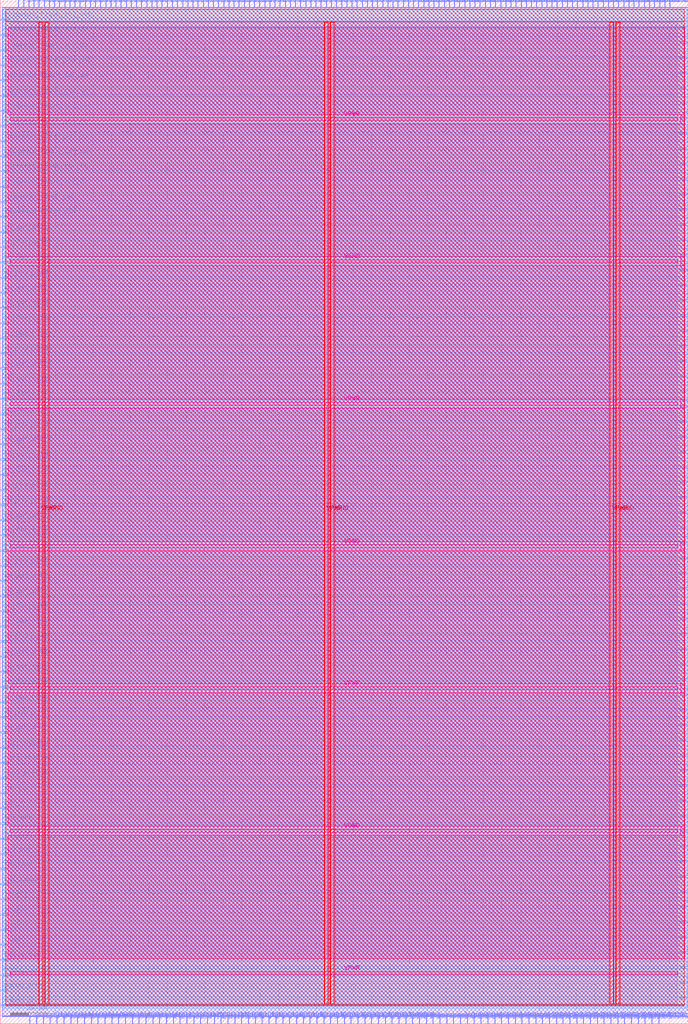
<source format=lef>
VERSION 5.7 ;
  NOWIREEXTENSIONATPIN ON ;
  DIVIDERCHAR "/" ;
  BUSBITCHARS "[]" ;
MACRO housekeeping
  CLASS BLOCK ;
  FOREIGN housekeeping ;
  ORIGIN 0.000 0.000 ;
  SIZE 370.230 BY 550.950 ;
  PIN VGND
    DIRECTION INOUT ;
    USE GROUND ;
    PORT
      LAYER met4 ;
        RECT 24.340 10.640 25.940 538.800 ;
    END
    PORT
      LAYER met4 ;
        RECT 177.940 10.640 179.540 538.800 ;
    END
    PORT
      LAYER met4 ;
        RECT 331.540 10.640 333.140 538.800 ;
    END
    PORT
      LAYER met5 ;
        RECT 5.280 103.080 364.560 104.680 ;
    END
    PORT
      LAYER met5 ;
        RECT 5.280 256.260 364.560 257.860 ;
    END
    PORT
      LAYER met5 ;
        RECT 5.280 409.440 364.560 411.040 ;
    END
  END VGND
  PIN VPWR
    DIRECTION INOUT ;
    USE POWER ;
    PORT
      LAYER met4 ;
        RECT 21.040 10.640 22.640 538.800 ;
    END
    PORT
      LAYER met4 ;
        RECT 174.640 10.640 176.240 538.800 ;
    END
    PORT
      LAYER met4 ;
        RECT 328.240 10.640 329.840 538.800 ;
    END
    PORT
      LAYER met5 ;
        RECT 5.280 26.490 364.560 28.090 ;
    END
    PORT
      LAYER met5 ;
        RECT 5.280 179.670 364.560 181.270 ;
    END
    PORT
      LAYER met5 ;
        RECT 5.280 332.850 364.560 334.450 ;
    END
    PORT
      LAYER met5 ;
        RECT 5.280 486.030 364.560 487.630 ;
    END
  END VPWR
  PIN debug_in
    DIRECTION OUTPUT TRISTATE ;
    USE SIGNAL ;
    PORT
      LAYER met3 ;
        RECT 0.000 9.560 4.000 10.160 ;
    END
  END debug_in
  PIN debug_mode
    DIRECTION INPUT ;
    USE SIGNAL ;
    PORT
      LAYER met3 ;
        RECT 0.000 17.720 4.000 18.320 ;
    END
  END debug_mode
  PIN debug_oeb
    DIRECTION INPUT ;
    USE SIGNAL ;
    PORT
      LAYER met3 ;
        RECT 0.000 25.880 4.000 26.480 ;
    END
  END debug_oeb
  PIN debug_out
    DIRECTION INPUT ;
    USE SIGNAL ;
    PORT
      LAYER met3 ;
        RECT 0.000 34.040 4.000 34.640 ;
    END
  END debug_out
  PIN irq[0]
    DIRECTION OUTPUT TRISTATE ;
    USE SIGNAL ;
    PORT
      LAYER met3 ;
        RECT 0.000 50.360 4.000 50.960 ;
    END
  END irq[0]
  PIN irq[1]
    DIRECTION OUTPUT TRISTATE ;
    USE SIGNAL ;
    PORT
      LAYER met3 ;
        RECT 0.000 58.520 4.000 59.120 ;
    END
  END irq[1]
  PIN irq[2]
    DIRECTION OUTPUT TRISTATE ;
    USE SIGNAL ;
    PORT
      LAYER met3 ;
        RECT 0.000 66.680 4.000 67.280 ;
    END
  END irq[2]
  PIN mask_rev_in[0]
    DIRECTION INPUT ;
    USE SIGNAL ;
    PORT
      LAYER met2 ;
        RECT 225.490 0.000 225.770 4.000 ;
    END
  END mask_rev_in[0]
  PIN mask_rev_in[10]
    DIRECTION INPUT ;
    USE SIGNAL ;
    PORT
      LAYER met2 ;
        RECT 262.290 0.000 262.570 4.000 ;
    END
  END mask_rev_in[10]
  PIN mask_rev_in[11]
    DIRECTION INPUT ;
    USE SIGNAL ;
    PORT
      LAYER met2 ;
        RECT 265.970 0.000 266.250 4.000 ;
    END
  END mask_rev_in[11]
  PIN mask_rev_in[12]
    DIRECTION INPUT ;
    USE SIGNAL ;
    PORT
      LAYER met2 ;
        RECT 269.650 0.000 269.930 4.000 ;
    END
  END mask_rev_in[12]
  PIN mask_rev_in[13]
    DIRECTION INPUT ;
    USE SIGNAL ;
    PORT
      LAYER met2 ;
        RECT 273.330 0.000 273.610 4.000 ;
    END
  END mask_rev_in[13]
  PIN mask_rev_in[14]
    DIRECTION INPUT ;
    USE SIGNAL ;
    PORT
      LAYER met2 ;
        RECT 277.010 0.000 277.290 4.000 ;
    END
  END mask_rev_in[14]
  PIN mask_rev_in[15]
    DIRECTION INPUT ;
    USE SIGNAL ;
    PORT
      LAYER met2 ;
        RECT 280.690 0.000 280.970 4.000 ;
    END
  END mask_rev_in[15]
  PIN mask_rev_in[16]
    DIRECTION INPUT ;
    USE SIGNAL ;
    PORT
      LAYER met2 ;
        RECT 284.370 0.000 284.650 4.000 ;
    END
  END mask_rev_in[16]
  PIN mask_rev_in[17]
    DIRECTION INPUT ;
    USE SIGNAL ;
    PORT
      LAYER met2 ;
        RECT 288.050 0.000 288.330 4.000 ;
    END
  END mask_rev_in[17]
  PIN mask_rev_in[18]
    DIRECTION INPUT ;
    USE SIGNAL ;
    PORT
      LAYER met2 ;
        RECT 291.730 0.000 292.010 4.000 ;
    END
  END mask_rev_in[18]
  PIN mask_rev_in[19]
    DIRECTION INPUT ;
    USE SIGNAL ;
    PORT
      LAYER met2 ;
        RECT 295.410 0.000 295.690 4.000 ;
    END
  END mask_rev_in[19]
  PIN mask_rev_in[1]
    DIRECTION INPUT ;
    USE SIGNAL ;
    PORT
      LAYER met2 ;
        RECT 229.170 0.000 229.450 4.000 ;
    END
  END mask_rev_in[1]
  PIN mask_rev_in[20]
    DIRECTION INPUT ;
    USE SIGNAL ;
    PORT
      LAYER met2 ;
        RECT 299.090 0.000 299.370 4.000 ;
    END
  END mask_rev_in[20]
  PIN mask_rev_in[21]
    DIRECTION INPUT ;
    USE SIGNAL ;
    PORT
      LAYER met2 ;
        RECT 302.770 0.000 303.050 4.000 ;
    END
  END mask_rev_in[21]
  PIN mask_rev_in[22]
    DIRECTION INPUT ;
    USE SIGNAL ;
    PORT
      LAYER met2 ;
        RECT 306.450 0.000 306.730 4.000 ;
    END
  END mask_rev_in[22]
  PIN mask_rev_in[23]
    DIRECTION INPUT ;
    USE SIGNAL ;
    PORT
      LAYER met2 ;
        RECT 310.130 0.000 310.410 4.000 ;
    END
  END mask_rev_in[23]
  PIN mask_rev_in[24]
    DIRECTION INPUT ;
    USE SIGNAL ;
    PORT
      LAYER met2 ;
        RECT 313.810 0.000 314.090 4.000 ;
    END
  END mask_rev_in[24]
  PIN mask_rev_in[25]
    DIRECTION INPUT ;
    USE SIGNAL ;
    PORT
      LAYER met2 ;
        RECT 317.490 0.000 317.770 4.000 ;
    END
  END mask_rev_in[25]
  PIN mask_rev_in[26]
    DIRECTION INPUT ;
    USE SIGNAL ;
    PORT
      LAYER met2 ;
        RECT 321.170 0.000 321.450 4.000 ;
    END
  END mask_rev_in[26]
  PIN mask_rev_in[27]
    DIRECTION INPUT ;
    USE SIGNAL ;
    PORT
      LAYER met2 ;
        RECT 324.850 0.000 325.130 4.000 ;
    END
  END mask_rev_in[27]
  PIN mask_rev_in[28]
    DIRECTION INPUT ;
    USE SIGNAL ;
    PORT
      LAYER met2 ;
        RECT 328.530 0.000 328.810 4.000 ;
    END
  END mask_rev_in[28]
  PIN mask_rev_in[29]
    DIRECTION INPUT ;
    USE SIGNAL ;
    PORT
      LAYER met2 ;
        RECT 332.210 0.000 332.490 4.000 ;
    END
  END mask_rev_in[29]
  PIN mask_rev_in[2]
    DIRECTION INPUT ;
    USE SIGNAL ;
    PORT
      LAYER met2 ;
        RECT 232.850 0.000 233.130 4.000 ;
    END
  END mask_rev_in[2]
  PIN mask_rev_in[30]
    DIRECTION INPUT ;
    USE SIGNAL ;
    PORT
      LAYER met2 ;
        RECT 335.890 0.000 336.170 4.000 ;
    END
  END mask_rev_in[30]
  PIN mask_rev_in[31]
    DIRECTION INPUT ;
    USE SIGNAL ;
    PORT
      LAYER met2 ;
        RECT 339.570 0.000 339.850 4.000 ;
    END
  END mask_rev_in[31]
  PIN mask_rev_in[3]
    DIRECTION INPUT ;
    USE SIGNAL ;
    PORT
      LAYER met2 ;
        RECT 236.530 0.000 236.810 4.000 ;
    END
  END mask_rev_in[3]
  PIN mask_rev_in[4]
    DIRECTION INPUT ;
    USE SIGNAL ;
    PORT
      LAYER met2 ;
        RECT 240.210 0.000 240.490 4.000 ;
    END
  END mask_rev_in[4]
  PIN mask_rev_in[5]
    DIRECTION INPUT ;
    USE SIGNAL ;
    PORT
      LAYER met2 ;
        RECT 243.890 0.000 244.170 4.000 ;
    END
  END mask_rev_in[5]
  PIN mask_rev_in[6]
    DIRECTION INPUT ;
    USE SIGNAL ;
    PORT
      LAYER met2 ;
        RECT 247.570 0.000 247.850 4.000 ;
    END
  END mask_rev_in[6]
  PIN mask_rev_in[7]
    DIRECTION INPUT ;
    USE SIGNAL ;
    PORT
      LAYER met2 ;
        RECT 251.250 0.000 251.530 4.000 ;
    END
  END mask_rev_in[7]
  PIN mask_rev_in[8]
    DIRECTION INPUT ;
    USE SIGNAL ;
    PORT
      LAYER met2 ;
        RECT 254.930 0.000 255.210 4.000 ;
    END
  END mask_rev_in[8]
  PIN mask_rev_in[9]
    DIRECTION INPUT ;
    USE SIGNAL ;
    PORT
      LAYER met2 ;
        RECT 258.610 0.000 258.890 4.000 ;
    END
  END mask_rev_in[9]
  PIN mgmt_gpio_in[0]
    DIRECTION INPUT ;
    USE SIGNAL ;
    PORT
      LAYER met3 ;
        RECT 366.230 54.440 370.230 55.040 ;
    END
  END mgmt_gpio_in[0]
  PIN mgmt_gpio_in[10]
    DIRECTION INPUT ;
    USE SIGNAL ;
    PORT
      LAYER met3 ;
        RECT 366.230 299.240 370.230 299.840 ;
    END
  END mgmt_gpio_in[10]
  PIN mgmt_gpio_in[11]
    DIRECTION INPUT ;
    USE SIGNAL ;
    PORT
      LAYER met3 ;
        RECT 366.230 323.720 370.230 324.320 ;
    END
  END mgmt_gpio_in[11]
  PIN mgmt_gpio_in[12]
    DIRECTION INPUT ;
    USE SIGNAL ;
    PORT
      LAYER met3 ;
        RECT 366.230 348.200 370.230 348.800 ;
    END
  END mgmt_gpio_in[12]
  PIN mgmt_gpio_in[13]
    DIRECTION INPUT ;
    USE SIGNAL ;
    PORT
      LAYER met3 ;
        RECT 366.230 372.680 370.230 373.280 ;
    END
  END mgmt_gpio_in[13]
  PIN mgmt_gpio_in[14]
    DIRECTION INPUT ;
    USE SIGNAL ;
    PORT
      LAYER met3 ;
        RECT 366.230 397.160 370.230 397.760 ;
    END
  END mgmt_gpio_in[14]
  PIN mgmt_gpio_in[15]
    DIRECTION INPUT ;
    USE SIGNAL ;
    PORT
      LAYER met3 ;
        RECT 366.230 421.640 370.230 422.240 ;
    END
  END mgmt_gpio_in[15]
  PIN mgmt_gpio_in[16]
    DIRECTION INPUT ;
    USE SIGNAL ;
    PORT
      LAYER met3 ;
        RECT 366.230 446.120 370.230 446.720 ;
    END
  END mgmt_gpio_in[16]
  PIN mgmt_gpio_in[17]
    DIRECTION INPUT ;
    USE SIGNAL ;
    PORT
      LAYER met3 ;
        RECT 366.230 470.600 370.230 471.200 ;
    END
  END mgmt_gpio_in[17]
  PIN mgmt_gpio_in[18]
    DIRECTION INPUT ;
    USE SIGNAL ;
    PORT
      LAYER met3 ;
        RECT 366.230 495.080 370.230 495.680 ;
    END
  END mgmt_gpio_in[18]
  PIN mgmt_gpio_in[19]
    DIRECTION INPUT ;
    USE SIGNAL ;
    PORT
      LAYER met3 ;
        RECT 366.230 519.560 370.230 520.160 ;
    END
  END mgmt_gpio_in[19]
  PIN mgmt_gpio_in[1]
    DIRECTION INPUT ;
    USE SIGNAL ;
    PORT
      LAYER met3 ;
        RECT 366.230 78.920 370.230 79.520 ;
    END
  END mgmt_gpio_in[1]
  PIN mgmt_gpio_in[20]
    DIRECTION INPUT ;
    USE SIGNAL ;
    PORT
      LAYER met2 ;
        RECT 213.990 546.950 214.270 550.950 ;
    END
  END mgmt_gpio_in[20]
  PIN mgmt_gpio_in[21]
    DIRECTION INPUT ;
    USE SIGNAL ;
    PORT
      LAYER met2 ;
        RECT 222.270 546.950 222.550 550.950 ;
    END
  END mgmt_gpio_in[21]
  PIN mgmt_gpio_in[22]
    DIRECTION INPUT ;
    USE SIGNAL ;
    PORT
      LAYER met2 ;
        RECT 230.550 546.950 230.830 550.950 ;
    END
  END mgmt_gpio_in[22]
  PIN mgmt_gpio_in[23]
    DIRECTION INPUT ;
    USE SIGNAL ;
    PORT
      LAYER met2 ;
        RECT 238.830 546.950 239.110 550.950 ;
    END
  END mgmt_gpio_in[23]
  PIN mgmt_gpio_in[24]
    DIRECTION INPUT ;
    USE SIGNAL ;
    PORT
      LAYER met2 ;
        RECT 247.110 546.950 247.390 550.950 ;
    END
  END mgmt_gpio_in[24]
  PIN mgmt_gpio_in[25]
    DIRECTION INPUT ;
    USE SIGNAL ;
    PORT
      LAYER met2 ;
        RECT 255.390 546.950 255.670 550.950 ;
    END
  END mgmt_gpio_in[25]
  PIN mgmt_gpio_in[26]
    DIRECTION INPUT ;
    USE SIGNAL ;
    PORT
      LAYER met2 ;
        RECT 263.670 546.950 263.950 550.950 ;
    END
  END mgmt_gpio_in[26]
  PIN mgmt_gpio_in[27]
    DIRECTION INPUT ;
    USE SIGNAL ;
    PORT
      LAYER met2 ;
        RECT 271.950 546.950 272.230 550.950 ;
    END
  END mgmt_gpio_in[27]
  PIN mgmt_gpio_in[28]
    DIRECTION INPUT ;
    USE SIGNAL ;
    PORT
      LAYER met2 ;
        RECT 280.230 546.950 280.510 550.950 ;
    END
  END mgmt_gpio_in[28]
  PIN mgmt_gpio_in[29]
    DIRECTION INPUT ;
    USE SIGNAL ;
    PORT
      LAYER met2 ;
        RECT 288.510 546.950 288.790 550.950 ;
    END
  END mgmt_gpio_in[29]
  PIN mgmt_gpio_in[2]
    DIRECTION INPUT ;
    USE SIGNAL ;
    PORT
      LAYER met3 ;
        RECT 366.230 103.400 370.230 104.000 ;
    END
  END mgmt_gpio_in[2]
  PIN mgmt_gpio_in[30]
    DIRECTION INPUT ;
    USE SIGNAL ;
    PORT
      LAYER met2 ;
        RECT 296.790 546.950 297.070 550.950 ;
    END
  END mgmt_gpio_in[30]
  PIN mgmt_gpio_in[31]
    DIRECTION INPUT ;
    USE SIGNAL ;
    PORT
      LAYER met2 ;
        RECT 305.070 546.950 305.350 550.950 ;
    END
  END mgmt_gpio_in[31]
  PIN mgmt_gpio_in[32]
    DIRECTION INPUT ;
    USE SIGNAL ;
    PORT
      LAYER met2 ;
        RECT 313.350 546.950 313.630 550.950 ;
    END
  END mgmt_gpio_in[32]
  PIN mgmt_gpio_in[33]
    DIRECTION INPUT ;
    USE SIGNAL ;
    PORT
      LAYER met2 ;
        RECT 321.630 546.950 321.910 550.950 ;
    END
  END mgmt_gpio_in[33]
  PIN mgmt_gpio_in[34]
    DIRECTION INPUT ;
    USE SIGNAL ;
    PORT
      LAYER met2 ;
        RECT 329.910 546.950 330.190 550.950 ;
    END
  END mgmt_gpio_in[34]
  PIN mgmt_gpio_in[35]
    DIRECTION INPUT ;
    USE SIGNAL ;
    PORT
      LAYER met2 ;
        RECT 338.190 546.950 338.470 550.950 ;
    END
  END mgmt_gpio_in[35]
  PIN mgmt_gpio_in[36]
    DIRECTION INPUT ;
    USE SIGNAL ;
    PORT
      LAYER met2 ;
        RECT 346.470 546.950 346.750 550.950 ;
    END
  END mgmt_gpio_in[36]
  PIN mgmt_gpio_in[37]
    DIRECTION INPUT ;
    USE SIGNAL ;
    PORT
      LAYER met2 ;
        RECT 354.750 546.950 355.030 550.950 ;
    END
  END mgmt_gpio_in[37]
  PIN mgmt_gpio_in[3]
    DIRECTION INPUT ;
    USE SIGNAL ;
    PORT
      LAYER met3 ;
        RECT 366.230 127.880 370.230 128.480 ;
    END
  END mgmt_gpio_in[3]
  PIN mgmt_gpio_in[4]
    DIRECTION INPUT ;
    USE SIGNAL ;
    PORT
      LAYER met3 ;
        RECT 366.230 152.360 370.230 152.960 ;
    END
  END mgmt_gpio_in[4]
  PIN mgmt_gpio_in[5]
    DIRECTION INPUT ;
    USE SIGNAL ;
    PORT
      LAYER met3 ;
        RECT 366.230 176.840 370.230 177.440 ;
    END
  END mgmt_gpio_in[5]
  PIN mgmt_gpio_in[6]
    DIRECTION INPUT ;
    USE SIGNAL ;
    PORT
      LAYER met3 ;
        RECT 366.230 201.320 370.230 201.920 ;
    END
  END mgmt_gpio_in[6]
  PIN mgmt_gpio_in[7]
    DIRECTION INPUT ;
    USE SIGNAL ;
    PORT
      LAYER met3 ;
        RECT 366.230 225.800 370.230 226.400 ;
    END
  END mgmt_gpio_in[7]
  PIN mgmt_gpio_in[8]
    DIRECTION INPUT ;
    USE SIGNAL ;
    PORT
      LAYER met3 ;
        RECT 366.230 250.280 370.230 250.880 ;
    END
  END mgmt_gpio_in[8]
  PIN mgmt_gpio_in[9]
    DIRECTION INPUT ;
    USE SIGNAL ;
    PORT
      LAYER met3 ;
        RECT 366.230 274.760 370.230 275.360 ;
    END
  END mgmt_gpio_in[9]
  PIN mgmt_gpio_oeb[0]
    DIRECTION OUTPUT TRISTATE ;
    USE SIGNAL ;
    PORT
      LAYER met3 ;
        RECT 366.230 62.600 370.230 63.200 ;
    END
  END mgmt_gpio_oeb[0]
  PIN mgmt_gpio_oeb[10]
    DIRECTION OUTPUT TRISTATE ;
    USE SIGNAL ;
    PORT
      LAYER met3 ;
        RECT 366.230 307.400 370.230 308.000 ;
    END
  END mgmt_gpio_oeb[10]
  PIN mgmt_gpio_oeb[11]
    DIRECTION OUTPUT TRISTATE ;
    USE SIGNAL ;
    PORT
      LAYER met3 ;
        RECT 366.230 331.880 370.230 332.480 ;
    END
  END mgmt_gpio_oeb[11]
  PIN mgmt_gpio_oeb[12]
    DIRECTION OUTPUT TRISTATE ;
    USE SIGNAL ;
    PORT
      LAYER met3 ;
        RECT 366.230 356.360 370.230 356.960 ;
    END
  END mgmt_gpio_oeb[12]
  PIN mgmt_gpio_oeb[13]
    DIRECTION OUTPUT TRISTATE ;
    USE SIGNAL ;
    PORT
      LAYER met3 ;
        RECT 366.230 380.840 370.230 381.440 ;
    END
  END mgmt_gpio_oeb[13]
  PIN mgmt_gpio_oeb[14]
    DIRECTION OUTPUT TRISTATE ;
    USE SIGNAL ;
    PORT
      LAYER met3 ;
        RECT 366.230 405.320 370.230 405.920 ;
    END
  END mgmt_gpio_oeb[14]
  PIN mgmt_gpio_oeb[15]
    DIRECTION OUTPUT TRISTATE ;
    USE SIGNAL ;
    PORT
      LAYER met3 ;
        RECT 366.230 429.800 370.230 430.400 ;
    END
  END mgmt_gpio_oeb[15]
  PIN mgmt_gpio_oeb[16]
    DIRECTION OUTPUT TRISTATE ;
    USE SIGNAL ;
    PORT
      LAYER met3 ;
        RECT 366.230 454.280 370.230 454.880 ;
    END
  END mgmt_gpio_oeb[16]
  PIN mgmt_gpio_oeb[17]
    DIRECTION OUTPUT TRISTATE ;
    USE SIGNAL ;
    PORT
      LAYER met3 ;
        RECT 366.230 478.760 370.230 479.360 ;
    END
  END mgmt_gpio_oeb[17]
  PIN mgmt_gpio_oeb[18]
    DIRECTION OUTPUT TRISTATE ;
    USE SIGNAL ;
    PORT
      LAYER met3 ;
        RECT 366.230 503.240 370.230 503.840 ;
    END
  END mgmt_gpio_oeb[18]
  PIN mgmt_gpio_oeb[19]
    DIRECTION OUTPUT TRISTATE ;
    USE SIGNAL ;
    PORT
      LAYER met3 ;
        RECT 366.230 527.720 370.230 528.320 ;
    END
  END mgmt_gpio_oeb[19]
  PIN mgmt_gpio_oeb[1]
    DIRECTION OUTPUT TRISTATE ;
    USE SIGNAL ;
    PORT
      LAYER met3 ;
        RECT 366.230 87.080 370.230 87.680 ;
    END
  END mgmt_gpio_oeb[1]
  PIN mgmt_gpio_oeb[20]
    DIRECTION OUTPUT TRISTATE ;
    USE SIGNAL ;
    PORT
      LAYER met2 ;
        RECT 216.750 546.950 217.030 550.950 ;
    END
  END mgmt_gpio_oeb[20]
  PIN mgmt_gpio_oeb[21]
    DIRECTION OUTPUT TRISTATE ;
    USE SIGNAL ;
    PORT
      LAYER met2 ;
        RECT 225.030 546.950 225.310 550.950 ;
    END
  END mgmt_gpio_oeb[21]
  PIN mgmt_gpio_oeb[22]
    DIRECTION OUTPUT TRISTATE ;
    USE SIGNAL ;
    PORT
      LAYER met2 ;
        RECT 233.310 546.950 233.590 550.950 ;
    END
  END mgmt_gpio_oeb[22]
  PIN mgmt_gpio_oeb[23]
    DIRECTION OUTPUT TRISTATE ;
    USE SIGNAL ;
    PORT
      LAYER met2 ;
        RECT 241.590 546.950 241.870 550.950 ;
    END
  END mgmt_gpio_oeb[23]
  PIN mgmt_gpio_oeb[24]
    DIRECTION OUTPUT TRISTATE ;
    USE SIGNAL ;
    PORT
      LAYER met2 ;
        RECT 249.870 546.950 250.150 550.950 ;
    END
  END mgmt_gpio_oeb[24]
  PIN mgmt_gpio_oeb[25]
    DIRECTION OUTPUT TRISTATE ;
    USE SIGNAL ;
    PORT
      LAYER met2 ;
        RECT 258.150 546.950 258.430 550.950 ;
    END
  END mgmt_gpio_oeb[25]
  PIN mgmt_gpio_oeb[26]
    DIRECTION OUTPUT TRISTATE ;
    USE SIGNAL ;
    PORT
      LAYER met2 ;
        RECT 266.430 546.950 266.710 550.950 ;
    END
  END mgmt_gpio_oeb[26]
  PIN mgmt_gpio_oeb[27]
    DIRECTION OUTPUT TRISTATE ;
    USE SIGNAL ;
    PORT
      LAYER met2 ;
        RECT 274.710 546.950 274.990 550.950 ;
    END
  END mgmt_gpio_oeb[27]
  PIN mgmt_gpio_oeb[28]
    DIRECTION OUTPUT TRISTATE ;
    USE SIGNAL ;
    PORT
      LAYER met2 ;
        RECT 282.990 546.950 283.270 550.950 ;
    END
  END mgmt_gpio_oeb[28]
  PIN mgmt_gpio_oeb[29]
    DIRECTION OUTPUT TRISTATE ;
    USE SIGNAL ;
    PORT
      LAYER met2 ;
        RECT 291.270 546.950 291.550 550.950 ;
    END
  END mgmt_gpio_oeb[29]
  PIN mgmt_gpio_oeb[2]
    DIRECTION OUTPUT TRISTATE ;
    USE SIGNAL ;
    PORT
      LAYER met3 ;
        RECT 366.230 111.560 370.230 112.160 ;
    END
  END mgmt_gpio_oeb[2]
  PIN mgmt_gpio_oeb[30]
    DIRECTION OUTPUT TRISTATE ;
    USE SIGNAL ;
    PORT
      LAYER met2 ;
        RECT 299.550 546.950 299.830 550.950 ;
    END
  END mgmt_gpio_oeb[30]
  PIN mgmt_gpio_oeb[31]
    DIRECTION OUTPUT TRISTATE ;
    USE SIGNAL ;
    PORT
      LAYER met2 ;
        RECT 307.830 546.950 308.110 550.950 ;
    END
  END mgmt_gpio_oeb[31]
  PIN mgmt_gpio_oeb[32]
    DIRECTION OUTPUT TRISTATE ;
    USE SIGNAL ;
    PORT
      LAYER met2 ;
        RECT 316.110 546.950 316.390 550.950 ;
    END
  END mgmt_gpio_oeb[32]
  PIN mgmt_gpio_oeb[33]
    DIRECTION OUTPUT TRISTATE ;
    USE SIGNAL ;
    PORT
      LAYER met2 ;
        RECT 324.390 546.950 324.670 550.950 ;
    END
  END mgmt_gpio_oeb[33]
  PIN mgmt_gpio_oeb[34]
    DIRECTION OUTPUT TRISTATE ;
    USE SIGNAL ;
    PORT
      LAYER met2 ;
        RECT 332.670 546.950 332.950 550.950 ;
    END
  END mgmt_gpio_oeb[34]
  PIN mgmt_gpio_oeb[35]
    DIRECTION OUTPUT TRISTATE ;
    USE SIGNAL ;
    PORT
      LAYER met2 ;
        RECT 340.950 546.950 341.230 550.950 ;
    END
  END mgmt_gpio_oeb[35]
  PIN mgmt_gpio_oeb[36]
    DIRECTION OUTPUT TRISTATE ;
    USE SIGNAL ;
    PORT
      LAYER met2 ;
        RECT 349.230 546.950 349.510 550.950 ;
    END
  END mgmt_gpio_oeb[36]
  PIN mgmt_gpio_oeb[37]
    DIRECTION OUTPUT TRISTATE ;
    USE SIGNAL ;
    PORT
      LAYER met2 ;
        RECT 357.510 546.950 357.790 550.950 ;
    END
  END mgmt_gpio_oeb[37]
  PIN mgmt_gpio_oeb[3]
    DIRECTION OUTPUT TRISTATE ;
    USE SIGNAL ;
    PORT
      LAYER met3 ;
        RECT 366.230 136.040 370.230 136.640 ;
    END
  END mgmt_gpio_oeb[3]
  PIN mgmt_gpio_oeb[4]
    DIRECTION OUTPUT TRISTATE ;
    USE SIGNAL ;
    PORT
      LAYER met3 ;
        RECT 366.230 160.520 370.230 161.120 ;
    END
  END mgmt_gpio_oeb[4]
  PIN mgmt_gpio_oeb[5]
    DIRECTION OUTPUT TRISTATE ;
    USE SIGNAL ;
    PORT
      LAYER met3 ;
        RECT 366.230 185.000 370.230 185.600 ;
    END
  END mgmt_gpio_oeb[5]
  PIN mgmt_gpio_oeb[6]
    DIRECTION OUTPUT TRISTATE ;
    USE SIGNAL ;
    PORT
      LAYER met3 ;
        RECT 366.230 209.480 370.230 210.080 ;
    END
  END mgmt_gpio_oeb[6]
  PIN mgmt_gpio_oeb[7]
    DIRECTION OUTPUT TRISTATE ;
    USE SIGNAL ;
    PORT
      LAYER met3 ;
        RECT 366.230 233.960 370.230 234.560 ;
    END
  END mgmt_gpio_oeb[7]
  PIN mgmt_gpio_oeb[8]
    DIRECTION OUTPUT TRISTATE ;
    USE SIGNAL ;
    PORT
      LAYER met3 ;
        RECT 366.230 258.440 370.230 259.040 ;
    END
  END mgmt_gpio_oeb[8]
  PIN mgmt_gpio_oeb[9]
    DIRECTION OUTPUT TRISTATE ;
    USE SIGNAL ;
    PORT
      LAYER met3 ;
        RECT 366.230 282.920 370.230 283.520 ;
    END
  END mgmt_gpio_oeb[9]
  PIN mgmt_gpio_out[0]
    DIRECTION OUTPUT TRISTATE ;
    USE SIGNAL ;
    PORT
      LAYER met3 ;
        RECT 366.230 70.760 370.230 71.360 ;
    END
  END mgmt_gpio_out[0]
  PIN mgmt_gpio_out[10]
    DIRECTION OUTPUT TRISTATE ;
    USE SIGNAL ;
    PORT
      LAYER met3 ;
        RECT 366.230 315.560 370.230 316.160 ;
    END
  END mgmt_gpio_out[10]
  PIN mgmt_gpio_out[11]
    DIRECTION OUTPUT TRISTATE ;
    USE SIGNAL ;
    PORT
      LAYER met3 ;
        RECT 366.230 340.040 370.230 340.640 ;
    END
  END mgmt_gpio_out[11]
  PIN mgmt_gpio_out[12]
    DIRECTION OUTPUT TRISTATE ;
    USE SIGNAL ;
    PORT
      LAYER met3 ;
        RECT 366.230 364.520 370.230 365.120 ;
    END
  END mgmt_gpio_out[12]
  PIN mgmt_gpio_out[13]
    DIRECTION OUTPUT TRISTATE ;
    USE SIGNAL ;
    PORT
      LAYER met3 ;
        RECT 366.230 389.000 370.230 389.600 ;
    END
  END mgmt_gpio_out[13]
  PIN mgmt_gpio_out[14]
    DIRECTION OUTPUT TRISTATE ;
    USE SIGNAL ;
    PORT
      LAYER met3 ;
        RECT 366.230 413.480 370.230 414.080 ;
    END
  END mgmt_gpio_out[14]
  PIN mgmt_gpio_out[15]
    DIRECTION OUTPUT TRISTATE ;
    USE SIGNAL ;
    PORT
      LAYER met3 ;
        RECT 366.230 437.960 370.230 438.560 ;
    END
  END mgmt_gpio_out[15]
  PIN mgmt_gpio_out[16]
    DIRECTION OUTPUT TRISTATE ;
    USE SIGNAL ;
    PORT
      LAYER met3 ;
        RECT 366.230 462.440 370.230 463.040 ;
    END
  END mgmt_gpio_out[16]
  PIN mgmt_gpio_out[17]
    DIRECTION OUTPUT TRISTATE ;
    USE SIGNAL ;
    PORT
      LAYER met3 ;
        RECT 366.230 486.920 370.230 487.520 ;
    END
  END mgmt_gpio_out[17]
  PIN mgmt_gpio_out[18]
    DIRECTION OUTPUT TRISTATE ;
    USE SIGNAL ;
    PORT
      LAYER met3 ;
        RECT 366.230 511.400 370.230 512.000 ;
    END
  END mgmt_gpio_out[18]
  PIN mgmt_gpio_out[19]
    DIRECTION OUTPUT TRISTATE ;
    USE SIGNAL ;
    PORT
      LAYER met3 ;
        RECT 366.230 535.880 370.230 536.480 ;
    END
  END mgmt_gpio_out[19]
  PIN mgmt_gpio_out[1]
    DIRECTION OUTPUT TRISTATE ;
    USE SIGNAL ;
    PORT
      LAYER met3 ;
        RECT 366.230 95.240 370.230 95.840 ;
    END
  END mgmt_gpio_out[1]
  PIN mgmt_gpio_out[20]
    DIRECTION OUTPUT TRISTATE ;
    USE SIGNAL ;
    PORT
      LAYER met2 ;
        RECT 219.510 546.950 219.790 550.950 ;
    END
  END mgmt_gpio_out[20]
  PIN mgmt_gpio_out[21]
    DIRECTION OUTPUT TRISTATE ;
    USE SIGNAL ;
    PORT
      LAYER met2 ;
        RECT 227.790 546.950 228.070 550.950 ;
    END
  END mgmt_gpio_out[21]
  PIN mgmt_gpio_out[22]
    DIRECTION OUTPUT TRISTATE ;
    USE SIGNAL ;
    PORT
      LAYER met2 ;
        RECT 236.070 546.950 236.350 550.950 ;
    END
  END mgmt_gpio_out[22]
  PIN mgmt_gpio_out[23]
    DIRECTION OUTPUT TRISTATE ;
    USE SIGNAL ;
    PORT
      LAYER met2 ;
        RECT 244.350 546.950 244.630 550.950 ;
    END
  END mgmt_gpio_out[23]
  PIN mgmt_gpio_out[24]
    DIRECTION OUTPUT TRISTATE ;
    USE SIGNAL ;
    PORT
      LAYER met2 ;
        RECT 252.630 546.950 252.910 550.950 ;
    END
  END mgmt_gpio_out[24]
  PIN mgmt_gpio_out[25]
    DIRECTION OUTPUT TRISTATE ;
    USE SIGNAL ;
    PORT
      LAYER met2 ;
        RECT 260.910 546.950 261.190 550.950 ;
    END
  END mgmt_gpio_out[25]
  PIN mgmt_gpio_out[26]
    DIRECTION OUTPUT TRISTATE ;
    USE SIGNAL ;
    PORT
      LAYER met2 ;
        RECT 269.190 546.950 269.470 550.950 ;
    END
  END mgmt_gpio_out[26]
  PIN mgmt_gpio_out[27]
    DIRECTION OUTPUT TRISTATE ;
    USE SIGNAL ;
    PORT
      LAYER met2 ;
        RECT 277.470 546.950 277.750 550.950 ;
    END
  END mgmt_gpio_out[27]
  PIN mgmt_gpio_out[28]
    DIRECTION OUTPUT TRISTATE ;
    USE SIGNAL ;
    PORT
      LAYER met2 ;
        RECT 285.750 546.950 286.030 550.950 ;
    END
  END mgmt_gpio_out[28]
  PIN mgmt_gpio_out[29]
    DIRECTION OUTPUT TRISTATE ;
    USE SIGNAL ;
    PORT
      LAYER met2 ;
        RECT 294.030 546.950 294.310 550.950 ;
    END
  END mgmt_gpio_out[29]
  PIN mgmt_gpio_out[2]
    DIRECTION OUTPUT TRISTATE ;
    USE SIGNAL ;
    PORT
      LAYER met3 ;
        RECT 366.230 119.720 370.230 120.320 ;
    END
  END mgmt_gpio_out[2]
  PIN mgmt_gpio_out[30]
    DIRECTION OUTPUT TRISTATE ;
    USE SIGNAL ;
    PORT
      LAYER met2 ;
        RECT 302.310 546.950 302.590 550.950 ;
    END
  END mgmt_gpio_out[30]
  PIN mgmt_gpio_out[31]
    DIRECTION OUTPUT TRISTATE ;
    USE SIGNAL ;
    PORT
      LAYER met2 ;
        RECT 310.590 546.950 310.870 550.950 ;
    END
  END mgmt_gpio_out[31]
  PIN mgmt_gpio_out[32]
    DIRECTION OUTPUT TRISTATE ;
    USE SIGNAL ;
    PORT
      LAYER met2 ;
        RECT 318.870 546.950 319.150 550.950 ;
    END
  END mgmt_gpio_out[32]
  PIN mgmt_gpio_out[33]
    DIRECTION OUTPUT TRISTATE ;
    USE SIGNAL ;
    PORT
      LAYER met2 ;
        RECT 327.150 546.950 327.430 550.950 ;
    END
  END mgmt_gpio_out[33]
  PIN mgmt_gpio_out[34]
    DIRECTION OUTPUT TRISTATE ;
    USE SIGNAL ;
    PORT
      LAYER met2 ;
        RECT 335.430 546.950 335.710 550.950 ;
    END
  END mgmt_gpio_out[34]
  PIN mgmt_gpio_out[35]
    DIRECTION OUTPUT TRISTATE ;
    USE SIGNAL ;
    PORT
      LAYER met2 ;
        RECT 343.710 546.950 343.990 550.950 ;
    END
  END mgmt_gpio_out[35]
  PIN mgmt_gpio_out[36]
    DIRECTION OUTPUT TRISTATE ;
    USE SIGNAL ;
    PORT
      LAYER met2 ;
        RECT 351.990 546.950 352.270 550.950 ;
    END
  END mgmt_gpio_out[36]
  PIN mgmt_gpio_out[37]
    DIRECTION OUTPUT TRISTATE ;
    USE SIGNAL ;
    PORT
      LAYER met2 ;
        RECT 360.270 546.950 360.550 550.950 ;
    END
  END mgmt_gpio_out[37]
  PIN mgmt_gpio_out[3]
    DIRECTION OUTPUT TRISTATE ;
    USE SIGNAL ;
    PORT
      LAYER met3 ;
        RECT 366.230 144.200 370.230 144.800 ;
    END
  END mgmt_gpio_out[3]
  PIN mgmt_gpio_out[4]
    DIRECTION OUTPUT TRISTATE ;
    USE SIGNAL ;
    PORT
      LAYER met3 ;
        RECT 366.230 168.680 370.230 169.280 ;
    END
  END mgmt_gpio_out[4]
  PIN mgmt_gpio_out[5]
    DIRECTION OUTPUT TRISTATE ;
    USE SIGNAL ;
    PORT
      LAYER met3 ;
        RECT 366.230 193.160 370.230 193.760 ;
    END
  END mgmt_gpio_out[5]
  PIN mgmt_gpio_out[6]
    DIRECTION OUTPUT TRISTATE ;
    USE SIGNAL ;
    PORT
      LAYER met3 ;
        RECT 366.230 217.640 370.230 218.240 ;
    END
  END mgmt_gpio_out[6]
  PIN mgmt_gpio_out[7]
    DIRECTION OUTPUT TRISTATE ;
    USE SIGNAL ;
    PORT
      LAYER met3 ;
        RECT 366.230 242.120 370.230 242.720 ;
    END
  END mgmt_gpio_out[7]
  PIN mgmt_gpio_out[8]
    DIRECTION OUTPUT TRISTATE ;
    USE SIGNAL ;
    PORT
      LAYER met3 ;
        RECT 366.230 266.600 370.230 267.200 ;
    END
  END mgmt_gpio_out[8]
  PIN mgmt_gpio_out[9]
    DIRECTION OUTPUT TRISTATE ;
    USE SIGNAL ;
    PORT
      LAYER met3 ;
        RECT 366.230 291.080 370.230 291.680 ;
    END
  END mgmt_gpio_out[9]
  PIN pad_flash_clk
    DIRECTION OUTPUT TRISTATE ;
    USE SIGNAL ;
    PORT
      LAYER met2 ;
        RECT 19.410 0.000 19.690 4.000 ;
    END
  END pad_flash_clk
  PIN pad_flash_clk_oeb
    DIRECTION OUTPUT TRISTATE ;
    USE SIGNAL ;
    PORT
      LAYER met2 ;
        RECT 23.090 0.000 23.370 4.000 ;
    END
  END pad_flash_clk_oeb
  PIN pad_flash_csb
    DIRECTION OUTPUT TRISTATE ;
    USE SIGNAL ;
    PORT
      LAYER met2 ;
        RECT 26.770 0.000 27.050 4.000 ;
    END
  END pad_flash_csb
  PIN pad_flash_csb_oeb
    DIRECTION OUTPUT TRISTATE ;
    USE SIGNAL ;
    PORT
      LAYER met2 ;
        RECT 30.450 0.000 30.730 4.000 ;
    END
  END pad_flash_csb_oeb
  PIN pad_flash_io0_di
    DIRECTION INPUT ;
    USE SIGNAL ;
    PORT
      LAYER met2 ;
        RECT 34.130 0.000 34.410 4.000 ;
    END
  END pad_flash_io0_di
  PIN pad_flash_io0_do
    DIRECTION OUTPUT TRISTATE ;
    USE SIGNAL ;
    PORT
      LAYER met2 ;
        RECT 37.810 0.000 38.090 4.000 ;
    END
  END pad_flash_io0_do
  PIN pad_flash_io0_ieb
    DIRECTION OUTPUT TRISTATE ;
    USE SIGNAL ;
    PORT
      LAYER met2 ;
        RECT 41.490 0.000 41.770 4.000 ;
    END
  END pad_flash_io0_ieb
  PIN pad_flash_io0_oeb
    DIRECTION OUTPUT TRISTATE ;
    USE SIGNAL ;
    PORT
      LAYER met2 ;
        RECT 45.170 0.000 45.450 4.000 ;
    END
  END pad_flash_io0_oeb
  PIN pad_flash_io1_di
    DIRECTION INPUT ;
    USE SIGNAL ;
    PORT
      LAYER met2 ;
        RECT 48.850 0.000 49.130 4.000 ;
    END
  END pad_flash_io1_di
  PIN pad_flash_io1_do
    DIRECTION OUTPUT TRISTATE ;
    USE SIGNAL ;
    PORT
      LAYER met2 ;
        RECT 52.530 0.000 52.810 4.000 ;
    END
  END pad_flash_io1_do
  PIN pad_flash_io1_ieb
    DIRECTION OUTPUT TRISTATE ;
    USE SIGNAL ;
    PORT
      LAYER met2 ;
        RECT 56.210 0.000 56.490 4.000 ;
    END
  END pad_flash_io1_ieb
  PIN pad_flash_io1_oeb
    DIRECTION OUTPUT TRISTATE ;
    USE SIGNAL ;
    PORT
      LAYER met2 ;
        RECT 59.890 0.000 60.170 4.000 ;
    END
  END pad_flash_io1_oeb
  PIN pll90_sel[0]
    DIRECTION OUTPUT TRISTATE ;
    USE SIGNAL ;
    PORT
      LAYER met2 ;
        RECT 107.730 0.000 108.010 4.000 ;
    END
  END pll90_sel[0]
  PIN pll90_sel[1]
    DIRECTION OUTPUT TRISTATE ;
    USE SIGNAL ;
    PORT
      LAYER met2 ;
        RECT 111.410 0.000 111.690 4.000 ;
    END
  END pll90_sel[1]
  PIN pll90_sel[2]
    DIRECTION OUTPUT TRISTATE ;
    USE SIGNAL ;
    PORT
      LAYER met2 ;
        RECT 115.090 0.000 115.370 4.000 ;
    END
  END pll90_sel[2]
  PIN pll_bypass
    DIRECTION OUTPUT TRISTATE ;
    USE SIGNAL ;
    PORT
      LAYER met2 ;
        RECT 214.450 0.000 214.730 4.000 ;
    END
  END pll_bypass
  PIN pll_dco_ena
    DIRECTION OUTPUT TRISTATE ;
    USE SIGNAL ;
    PORT
      LAYER met2 ;
        RECT 74.610 0.000 74.890 4.000 ;
    END
  END pll_dco_ena
  PIN pll_div[0]
    DIRECTION OUTPUT TRISTATE ;
    USE SIGNAL ;
    PORT
      LAYER met2 ;
        RECT 78.290 0.000 78.570 4.000 ;
    END
  END pll_div[0]
  PIN pll_div[1]
    DIRECTION OUTPUT TRISTATE ;
    USE SIGNAL ;
    PORT
      LAYER met2 ;
        RECT 81.970 0.000 82.250 4.000 ;
    END
  END pll_div[1]
  PIN pll_div[2]
    DIRECTION OUTPUT TRISTATE ;
    USE SIGNAL ;
    PORT
      LAYER met2 ;
        RECT 85.650 0.000 85.930 4.000 ;
    END
  END pll_div[2]
  PIN pll_div[3]
    DIRECTION OUTPUT TRISTATE ;
    USE SIGNAL ;
    PORT
      LAYER met2 ;
        RECT 89.330 0.000 89.610 4.000 ;
    END
  END pll_div[3]
  PIN pll_div[4]
    DIRECTION OUTPUT TRISTATE ;
    USE SIGNAL ;
    PORT
      LAYER met2 ;
        RECT 93.010 0.000 93.290 4.000 ;
    END
  END pll_div[4]
  PIN pll_ena
    DIRECTION OUTPUT TRISTATE ;
    USE SIGNAL ;
    PORT
      LAYER met2 ;
        RECT 70.930 0.000 71.210 4.000 ;
    END
  END pll_ena
  PIN pll_sel[0]
    DIRECTION OUTPUT TRISTATE ;
    USE SIGNAL ;
    PORT
      LAYER met2 ;
        RECT 96.690 0.000 96.970 4.000 ;
    END
  END pll_sel[0]
  PIN pll_sel[1]
    DIRECTION OUTPUT TRISTATE ;
    USE SIGNAL ;
    PORT
      LAYER met2 ;
        RECT 100.370 0.000 100.650 4.000 ;
    END
  END pll_sel[1]
  PIN pll_sel[2]
    DIRECTION OUTPUT TRISTATE ;
    USE SIGNAL ;
    PORT
      LAYER met2 ;
        RECT 104.050 0.000 104.330 4.000 ;
    END
  END pll_sel[2]
  PIN pll_trim[0]
    DIRECTION OUTPUT TRISTATE ;
    USE SIGNAL ;
    PORT
      LAYER met2 ;
        RECT 118.770 0.000 119.050 4.000 ;
    END
  END pll_trim[0]
  PIN pll_trim[10]
    DIRECTION OUTPUT TRISTATE ;
    USE SIGNAL ;
    PORT
      LAYER met2 ;
        RECT 155.570 0.000 155.850 4.000 ;
    END
  END pll_trim[10]
  PIN pll_trim[11]
    DIRECTION OUTPUT TRISTATE ;
    USE SIGNAL ;
    PORT
      LAYER met2 ;
        RECT 159.250 0.000 159.530 4.000 ;
    END
  END pll_trim[11]
  PIN pll_trim[12]
    DIRECTION OUTPUT TRISTATE ;
    USE SIGNAL ;
    PORT
      LAYER met2 ;
        RECT 162.930 0.000 163.210 4.000 ;
    END
  END pll_trim[12]
  PIN pll_trim[13]
    DIRECTION OUTPUT TRISTATE ;
    USE SIGNAL ;
    PORT
      LAYER met2 ;
        RECT 166.610 0.000 166.890 4.000 ;
    END
  END pll_trim[13]
  PIN pll_trim[14]
    DIRECTION OUTPUT TRISTATE ;
    USE SIGNAL ;
    PORT
      LAYER met2 ;
        RECT 170.290 0.000 170.570 4.000 ;
    END
  END pll_trim[14]
  PIN pll_trim[15]
    DIRECTION OUTPUT TRISTATE ;
    USE SIGNAL ;
    PORT
      LAYER met2 ;
        RECT 173.970 0.000 174.250 4.000 ;
    END
  END pll_trim[15]
  PIN pll_trim[16]
    DIRECTION OUTPUT TRISTATE ;
    USE SIGNAL ;
    PORT
      LAYER met2 ;
        RECT 177.650 0.000 177.930 4.000 ;
    END
  END pll_trim[16]
  PIN pll_trim[17]
    DIRECTION OUTPUT TRISTATE ;
    USE SIGNAL ;
    PORT
      LAYER met2 ;
        RECT 181.330 0.000 181.610 4.000 ;
    END
  END pll_trim[17]
  PIN pll_trim[18]
    DIRECTION OUTPUT TRISTATE ;
    USE SIGNAL ;
    PORT
      LAYER met2 ;
        RECT 185.010 0.000 185.290 4.000 ;
    END
  END pll_trim[18]
  PIN pll_trim[19]
    DIRECTION OUTPUT TRISTATE ;
    USE SIGNAL ;
    PORT
      LAYER met2 ;
        RECT 188.690 0.000 188.970 4.000 ;
    END
  END pll_trim[19]
  PIN pll_trim[1]
    DIRECTION OUTPUT TRISTATE ;
    USE SIGNAL ;
    PORT
      LAYER met2 ;
        RECT 122.450 0.000 122.730 4.000 ;
    END
  END pll_trim[1]
  PIN pll_trim[20]
    DIRECTION OUTPUT TRISTATE ;
    USE SIGNAL ;
    PORT
      LAYER met2 ;
        RECT 192.370 0.000 192.650 4.000 ;
    END
  END pll_trim[20]
  PIN pll_trim[21]
    DIRECTION OUTPUT TRISTATE ;
    USE SIGNAL ;
    PORT
      LAYER met2 ;
        RECT 196.050 0.000 196.330 4.000 ;
    END
  END pll_trim[21]
  PIN pll_trim[22]
    DIRECTION OUTPUT TRISTATE ;
    USE SIGNAL ;
    PORT
      LAYER met2 ;
        RECT 199.730 0.000 200.010 4.000 ;
    END
  END pll_trim[22]
  PIN pll_trim[23]
    DIRECTION OUTPUT TRISTATE ;
    USE SIGNAL ;
    PORT
      LAYER met2 ;
        RECT 203.410 0.000 203.690 4.000 ;
    END
  END pll_trim[23]
  PIN pll_trim[24]
    DIRECTION OUTPUT TRISTATE ;
    USE SIGNAL ;
    PORT
      LAYER met2 ;
        RECT 207.090 0.000 207.370 4.000 ;
    END
  END pll_trim[24]
  PIN pll_trim[25]
    DIRECTION OUTPUT TRISTATE ;
    USE SIGNAL ;
    PORT
      LAYER met2 ;
        RECT 210.770 0.000 211.050 4.000 ;
    END
  END pll_trim[25]
  PIN pll_trim[2]
    DIRECTION OUTPUT TRISTATE ;
    USE SIGNAL ;
    PORT
      LAYER met2 ;
        RECT 126.130 0.000 126.410 4.000 ;
    END
  END pll_trim[2]
  PIN pll_trim[3]
    DIRECTION OUTPUT TRISTATE ;
    USE SIGNAL ;
    PORT
      LAYER met2 ;
        RECT 129.810 0.000 130.090 4.000 ;
    END
  END pll_trim[3]
  PIN pll_trim[4]
    DIRECTION OUTPUT TRISTATE ;
    USE SIGNAL ;
    PORT
      LAYER met2 ;
        RECT 133.490 0.000 133.770 4.000 ;
    END
  END pll_trim[4]
  PIN pll_trim[5]
    DIRECTION OUTPUT TRISTATE ;
    USE SIGNAL ;
    PORT
      LAYER met2 ;
        RECT 137.170 0.000 137.450 4.000 ;
    END
  END pll_trim[5]
  PIN pll_trim[6]
    DIRECTION OUTPUT TRISTATE ;
    USE SIGNAL ;
    PORT
      LAYER met2 ;
        RECT 140.850 0.000 141.130 4.000 ;
    END
  END pll_trim[6]
  PIN pll_trim[7]
    DIRECTION OUTPUT TRISTATE ;
    USE SIGNAL ;
    PORT
      LAYER met2 ;
        RECT 144.530 0.000 144.810 4.000 ;
    END
  END pll_trim[7]
  PIN pll_trim[8]
    DIRECTION OUTPUT TRISTATE ;
    USE SIGNAL ;
    PORT
      LAYER met2 ;
        RECT 148.210 0.000 148.490 4.000 ;
    END
  END pll_trim[8]
  PIN pll_trim[9]
    DIRECTION OUTPUT TRISTATE ;
    USE SIGNAL ;
    PORT
      LAYER met2 ;
        RECT 151.890 0.000 152.170 4.000 ;
    END
  END pll_trim[9]
  PIN porb
    DIRECTION INPUT ;
    USE SIGNAL ;
    PORT
      LAYER met2 ;
        RECT 63.570 0.000 63.850 4.000 ;
    END
  END porb
  PIN pwr_ctrl_out[0]
    DIRECTION OUTPUT TRISTATE ;
    USE SIGNAL ;
    PORT
      LAYER met2 ;
        RECT 343.250 0.000 343.530 4.000 ;
    END
  END pwr_ctrl_out[0]
  PIN pwr_ctrl_out[1]
    DIRECTION OUTPUT TRISTATE ;
    USE SIGNAL ;
    PORT
      LAYER met2 ;
        RECT 346.930 0.000 347.210 4.000 ;
    END
  END pwr_ctrl_out[1]
  PIN pwr_ctrl_out[2]
    DIRECTION OUTPUT TRISTATE ;
    USE SIGNAL ;
    PORT
      LAYER met2 ;
        RECT 350.610 0.000 350.890 4.000 ;
    END
  END pwr_ctrl_out[2]
  PIN pwr_ctrl_out[3]
    DIRECTION OUTPUT TRISTATE ;
    USE SIGNAL ;
    PORT
      LAYER met2 ;
        RECT 354.290 0.000 354.570 4.000 ;
    END
  END pwr_ctrl_out[3]
  PIN qspi_enabled
    DIRECTION INPUT ;
    USE SIGNAL ;
    PORT
      LAYER met3 ;
        RECT 0.000 131.960 4.000 132.560 ;
    END
  END qspi_enabled
  PIN reset
    DIRECTION OUTPUT TRISTATE ;
    USE SIGNAL ;
    PORT
      LAYER met2 ;
        RECT 67.250 0.000 67.530 4.000 ;
    END
  END reset
  PIN ser_rx
    DIRECTION OUTPUT TRISTATE ;
    USE SIGNAL ;
    PORT
      LAYER met3 ;
        RECT 0.000 123.800 4.000 124.400 ;
    END
  END ser_rx
  PIN ser_tx
    DIRECTION INPUT ;
    USE SIGNAL ;
    PORT
      LAYER met3 ;
        RECT 0.000 115.640 4.000 116.240 ;
    END
  END ser_tx
  PIN serial_clock
    DIRECTION OUTPUT TRISTATE ;
    USE SIGNAL ;
    PORT
      LAYER met3 ;
        RECT 366.230 13.640 370.230 14.240 ;
    END
  END serial_clock
  PIN serial_data_1
    DIRECTION OUTPUT TRISTATE ;
    USE SIGNAL ;
    PORT
      LAYER met3 ;
        RECT 366.230 38.120 370.230 38.720 ;
    END
  END serial_data_1
  PIN serial_data_2
    DIRECTION OUTPUT TRISTATE ;
    USE SIGNAL ;
    PORT
      LAYER met3 ;
        RECT 366.230 46.280 370.230 46.880 ;
    END
  END serial_data_2
  PIN serial_load
    DIRECTION OUTPUT TRISTATE ;
    USE SIGNAL ;
    PORT
      LAYER met3 ;
        RECT 366.230 29.960 370.230 30.560 ;
    END
  END serial_load
  PIN serial_resetn
    DIRECTION OUTPUT TRISTATE ;
    USE SIGNAL ;
    PORT
      LAYER met3 ;
        RECT 366.230 21.800 370.230 22.400 ;
    END
  END serial_resetn
  PIN spi_csb
    DIRECTION INPUT ;
    USE SIGNAL ;
    PORT
      LAYER met3 ;
        RECT 0.000 99.320 4.000 99.920 ;
    END
  END spi_csb
  PIN spi_enabled
    DIRECTION INPUT ;
    USE SIGNAL ;
    PORT
      LAYER met3 ;
        RECT 0.000 148.280 4.000 148.880 ;
    END
  END spi_enabled
  PIN spi_sck
    DIRECTION INPUT ;
    USE SIGNAL ;
    PORT
      LAYER met3 ;
        RECT 0.000 91.160 4.000 91.760 ;
    END
  END spi_sck
  PIN spi_sdi
    DIRECTION OUTPUT TRISTATE ;
    USE SIGNAL ;
    PORT
      LAYER met3 ;
        RECT 0.000 107.480 4.000 108.080 ;
    END
  END spi_sdi
  PIN spi_sdo
    DIRECTION INPUT ;
    USE SIGNAL ;
    PORT
      LAYER met3 ;
        RECT 0.000 83.000 4.000 83.600 ;
    END
  END spi_sdo
  PIN spi_sdoenb
    DIRECTION INPUT ;
    USE SIGNAL ;
    PORT
      LAYER met3 ;
        RECT 0.000 74.840 4.000 75.440 ;
    END
  END spi_sdoenb
  PIN spimemio_flash_clk
    DIRECTION INPUT ;
    USE SIGNAL ;
    PORT
      LAYER met3 ;
        RECT 0.000 433.880 4.000 434.480 ;
    END
  END spimemio_flash_clk
  PIN spimemio_flash_csb
    DIRECTION INPUT ;
    USE SIGNAL ;
    PORT
      LAYER met3 ;
        RECT 0.000 442.040 4.000 442.640 ;
    END
  END spimemio_flash_csb
  PIN spimemio_flash_io0_di
    DIRECTION OUTPUT TRISTATE ;
    USE SIGNAL ;
    PORT
      LAYER met3 ;
        RECT 0.000 450.200 4.000 450.800 ;
    END
  END spimemio_flash_io0_di
  PIN spimemio_flash_io0_do
    DIRECTION INPUT ;
    USE SIGNAL ;
    PORT
      LAYER met3 ;
        RECT 0.000 458.360 4.000 458.960 ;
    END
  END spimemio_flash_io0_do
  PIN spimemio_flash_io0_oeb
    DIRECTION INPUT ;
    USE SIGNAL ;
    PORT
      LAYER met3 ;
        RECT 0.000 466.520 4.000 467.120 ;
    END
  END spimemio_flash_io0_oeb
  PIN spimemio_flash_io1_di
    DIRECTION OUTPUT TRISTATE ;
    USE SIGNAL ;
    PORT
      LAYER met3 ;
        RECT 0.000 474.680 4.000 475.280 ;
    END
  END spimemio_flash_io1_di
  PIN spimemio_flash_io1_do
    DIRECTION INPUT ;
    USE SIGNAL ;
    PORT
      LAYER met3 ;
        RECT 0.000 482.840 4.000 483.440 ;
    END
  END spimemio_flash_io1_do
  PIN spimemio_flash_io1_oeb
    DIRECTION INPUT ;
    USE SIGNAL ;
    PORT
      LAYER met3 ;
        RECT 0.000 491.000 4.000 491.600 ;
    END
  END spimemio_flash_io1_oeb
  PIN spimemio_flash_io2_di
    DIRECTION OUTPUT TRISTATE ;
    USE SIGNAL ;
    PORT
      LAYER met3 ;
        RECT 0.000 499.160 4.000 499.760 ;
    END
  END spimemio_flash_io2_di
  PIN spimemio_flash_io2_do
    DIRECTION INPUT ;
    USE SIGNAL ;
    PORT
      LAYER met3 ;
        RECT 0.000 507.320 4.000 507.920 ;
    END
  END spimemio_flash_io2_do
  PIN spimemio_flash_io2_oeb
    DIRECTION INPUT ;
    USE SIGNAL ;
    PORT
      LAYER met3 ;
        RECT 0.000 515.480 4.000 516.080 ;
    END
  END spimemio_flash_io2_oeb
  PIN spimemio_flash_io3_di
    DIRECTION OUTPUT TRISTATE ;
    USE SIGNAL ;
    PORT
      LAYER met3 ;
        RECT 0.000 523.640 4.000 524.240 ;
    END
  END spimemio_flash_io3_di
  PIN spimemio_flash_io3_do
    DIRECTION INPUT ;
    USE SIGNAL ;
    PORT
      LAYER met3 ;
        RECT 0.000 531.800 4.000 532.400 ;
    END
  END spimemio_flash_io3_do
  PIN spimemio_flash_io3_oeb
    DIRECTION INPUT ;
    USE SIGNAL ;
    PORT
      LAYER met3 ;
        RECT 0.000 539.960 4.000 540.560 ;
    END
  END spimemio_flash_io3_oeb
  PIN trap
    DIRECTION INPUT ;
    USE SIGNAL ;
    PORT
      LAYER met3 ;
        RECT 0.000 42.200 4.000 42.800 ;
    END
  END trap
  PIN uart_enabled
    DIRECTION INPUT ;
    USE SIGNAL ;
    PORT
      LAYER met3 ;
        RECT 0.000 140.120 4.000 140.720 ;
    END
  END uart_enabled
  PIN user_clock
    DIRECTION INPUT ;
    USE SIGNAL ;
    PORT
      LAYER met2 ;
        RECT 15.730 0.000 16.010 4.000 ;
    END
  END user_clock
  PIN usr1_vcc_pwrgood
    DIRECTION INPUT ;
    USE SIGNAL ;
    PORT
      LAYER met2 ;
        RECT 202.950 546.950 203.230 550.950 ;
    END
  END usr1_vcc_pwrgood
  PIN usr1_vdd_pwrgood
    DIRECTION INPUT ;
    USE SIGNAL ;
    PORT
      LAYER met2 ;
        RECT 208.470 546.950 208.750 550.950 ;
    END
  END usr1_vdd_pwrgood
  PIN usr2_vcc_pwrgood
    DIRECTION INPUT ;
    USE SIGNAL ;
    PORT
      LAYER met2 ;
        RECT 205.710 546.950 205.990 550.950 ;
    END
  END usr2_vcc_pwrgood
  PIN usr2_vdd_pwrgood
    DIRECTION INPUT ;
    USE SIGNAL ;
    PORT
      LAYER met2 ;
        RECT 211.230 546.950 211.510 550.950 ;
    END
  END usr2_vdd_pwrgood
  PIN wb_ack_o
    DIRECTION OUTPUT TRISTATE ;
    USE SIGNAL ;
    PORT
      LAYER met3 ;
        RECT 0.000 156.440 4.000 157.040 ;
    END
  END wb_ack_o
  PIN wb_adr_i[0]
    DIRECTION INPUT ;
    USE SIGNAL ;
    PORT
      LAYER met2 ;
        RECT 9.750 546.950 10.030 550.950 ;
    END
  END wb_adr_i[0]
  PIN wb_adr_i[10]
    DIRECTION INPUT ;
    USE SIGNAL ;
    PORT
      LAYER met2 ;
        RECT 37.350 546.950 37.630 550.950 ;
    END
  END wb_adr_i[10]
  PIN wb_adr_i[11]
    DIRECTION INPUT ;
    USE SIGNAL ;
    PORT
      LAYER met2 ;
        RECT 40.110 546.950 40.390 550.950 ;
    END
  END wb_adr_i[11]
  PIN wb_adr_i[12]
    DIRECTION INPUT ;
    USE SIGNAL ;
    PORT
      LAYER met2 ;
        RECT 42.870 546.950 43.150 550.950 ;
    END
  END wb_adr_i[12]
  PIN wb_adr_i[13]
    DIRECTION INPUT ;
    USE SIGNAL ;
    PORT
      LAYER met2 ;
        RECT 45.630 546.950 45.910 550.950 ;
    END
  END wb_adr_i[13]
  PIN wb_adr_i[14]
    DIRECTION INPUT ;
    USE SIGNAL ;
    PORT
      LAYER met2 ;
        RECT 48.390 546.950 48.670 550.950 ;
    END
  END wb_adr_i[14]
  PIN wb_adr_i[15]
    DIRECTION INPUT ;
    USE SIGNAL ;
    PORT
      LAYER met2 ;
        RECT 51.150 546.950 51.430 550.950 ;
    END
  END wb_adr_i[15]
  PIN wb_adr_i[16]
    DIRECTION INPUT ;
    USE SIGNAL ;
    PORT
      LAYER met2 ;
        RECT 53.910 546.950 54.190 550.950 ;
    END
  END wb_adr_i[16]
  PIN wb_adr_i[17]
    DIRECTION INPUT ;
    USE SIGNAL ;
    PORT
      LAYER met2 ;
        RECT 56.670 546.950 56.950 550.950 ;
    END
  END wb_adr_i[17]
  PIN wb_adr_i[18]
    DIRECTION INPUT ;
    USE SIGNAL ;
    PORT
      LAYER met2 ;
        RECT 59.430 546.950 59.710 550.950 ;
    END
  END wb_adr_i[18]
  PIN wb_adr_i[19]
    DIRECTION INPUT ;
    USE SIGNAL ;
    PORT
      LAYER met2 ;
        RECT 62.190 546.950 62.470 550.950 ;
    END
  END wb_adr_i[19]
  PIN wb_adr_i[1]
    DIRECTION INPUT ;
    USE SIGNAL ;
    PORT
      LAYER met2 ;
        RECT 12.510 546.950 12.790 550.950 ;
    END
  END wb_adr_i[1]
  PIN wb_adr_i[20]
    DIRECTION INPUT ;
    USE SIGNAL ;
    PORT
      LAYER met2 ;
        RECT 64.950 546.950 65.230 550.950 ;
    END
  END wb_adr_i[20]
  PIN wb_adr_i[21]
    DIRECTION INPUT ;
    USE SIGNAL ;
    PORT
      LAYER met2 ;
        RECT 67.710 546.950 67.990 550.950 ;
    END
  END wb_adr_i[21]
  PIN wb_adr_i[22]
    DIRECTION INPUT ;
    USE SIGNAL ;
    PORT
      LAYER met2 ;
        RECT 70.470 546.950 70.750 550.950 ;
    END
  END wb_adr_i[22]
  PIN wb_adr_i[23]
    DIRECTION INPUT ;
    USE SIGNAL ;
    PORT
      LAYER met2 ;
        RECT 73.230 546.950 73.510 550.950 ;
    END
  END wb_adr_i[23]
  PIN wb_adr_i[24]
    DIRECTION INPUT ;
    USE SIGNAL ;
    PORT
      LAYER met2 ;
        RECT 75.990 546.950 76.270 550.950 ;
    END
  END wb_adr_i[24]
  PIN wb_adr_i[25]
    DIRECTION INPUT ;
    USE SIGNAL ;
    PORT
      LAYER met2 ;
        RECT 78.750 546.950 79.030 550.950 ;
    END
  END wb_adr_i[25]
  PIN wb_adr_i[26]
    DIRECTION INPUT ;
    USE SIGNAL ;
    PORT
      LAYER met2 ;
        RECT 81.510 546.950 81.790 550.950 ;
    END
  END wb_adr_i[26]
  PIN wb_adr_i[27]
    DIRECTION INPUT ;
    USE SIGNAL ;
    PORT
      LAYER met2 ;
        RECT 84.270 546.950 84.550 550.950 ;
    END
  END wb_adr_i[27]
  PIN wb_adr_i[28]
    DIRECTION INPUT ;
    USE SIGNAL ;
    PORT
      LAYER met2 ;
        RECT 87.030 546.950 87.310 550.950 ;
    END
  END wb_adr_i[28]
  PIN wb_adr_i[29]
    DIRECTION INPUT ;
    USE SIGNAL ;
    PORT
      LAYER met2 ;
        RECT 89.790 546.950 90.070 550.950 ;
    END
  END wb_adr_i[29]
  PIN wb_adr_i[2]
    DIRECTION INPUT ;
    USE SIGNAL ;
    PORT
      LAYER met2 ;
        RECT 15.270 546.950 15.550 550.950 ;
    END
  END wb_adr_i[2]
  PIN wb_adr_i[30]
    DIRECTION INPUT ;
    USE SIGNAL ;
    PORT
      LAYER met2 ;
        RECT 92.550 546.950 92.830 550.950 ;
    END
  END wb_adr_i[30]
  PIN wb_adr_i[31]
    DIRECTION INPUT ;
    USE SIGNAL ;
    PORT
      LAYER met2 ;
        RECT 95.310 546.950 95.590 550.950 ;
    END
  END wb_adr_i[31]
  PIN wb_adr_i[3]
    DIRECTION INPUT ;
    USE SIGNAL ;
    PORT
      LAYER met2 ;
        RECT 18.030 546.950 18.310 550.950 ;
    END
  END wb_adr_i[3]
  PIN wb_adr_i[4]
    DIRECTION INPUT ;
    USE SIGNAL ;
    PORT
      LAYER met2 ;
        RECT 20.790 546.950 21.070 550.950 ;
    END
  END wb_adr_i[4]
  PIN wb_adr_i[5]
    DIRECTION INPUT ;
    USE SIGNAL ;
    PORT
      LAYER met2 ;
        RECT 23.550 546.950 23.830 550.950 ;
    END
  END wb_adr_i[5]
  PIN wb_adr_i[6]
    DIRECTION INPUT ;
    USE SIGNAL ;
    PORT
      LAYER met2 ;
        RECT 26.310 546.950 26.590 550.950 ;
    END
  END wb_adr_i[6]
  PIN wb_adr_i[7]
    DIRECTION INPUT ;
    USE SIGNAL ;
    PORT
      LAYER met2 ;
        RECT 29.070 546.950 29.350 550.950 ;
    END
  END wb_adr_i[7]
  PIN wb_adr_i[8]
    DIRECTION INPUT ;
    USE SIGNAL ;
    PORT
      LAYER met2 ;
        RECT 31.830 546.950 32.110 550.950 ;
    END
  END wb_adr_i[8]
  PIN wb_adr_i[9]
    DIRECTION INPUT ;
    USE SIGNAL ;
    PORT
      LAYER met2 ;
        RECT 34.590 546.950 34.870 550.950 ;
    END
  END wb_adr_i[9]
  PIN wb_clk_i
    DIRECTION INPUT ;
    USE SIGNAL ;
    PORT
      LAYER met2 ;
        RECT 218.130 0.000 218.410 4.000 ;
    END
  END wb_clk_i
  PIN wb_cyc_i
    DIRECTION INPUT ;
    USE SIGNAL ;
    PORT
      LAYER met2 ;
        RECT 200.190 546.950 200.470 550.950 ;
    END
  END wb_cyc_i
  PIN wb_dat_i[0]
    DIRECTION INPUT ;
    USE SIGNAL ;
    PORT
      LAYER met2 ;
        RECT 98.070 546.950 98.350 550.950 ;
    END
  END wb_dat_i[0]
  PIN wb_dat_i[10]
    DIRECTION INPUT ;
    USE SIGNAL ;
    PORT
      LAYER met2 ;
        RECT 125.670 546.950 125.950 550.950 ;
    END
  END wb_dat_i[10]
  PIN wb_dat_i[11]
    DIRECTION INPUT ;
    USE SIGNAL ;
    PORT
      LAYER met2 ;
        RECT 128.430 546.950 128.710 550.950 ;
    END
  END wb_dat_i[11]
  PIN wb_dat_i[12]
    DIRECTION INPUT ;
    USE SIGNAL ;
    PORT
      LAYER met2 ;
        RECT 131.190 546.950 131.470 550.950 ;
    END
  END wb_dat_i[12]
  PIN wb_dat_i[13]
    DIRECTION INPUT ;
    USE SIGNAL ;
    PORT
      LAYER met2 ;
        RECT 133.950 546.950 134.230 550.950 ;
    END
  END wb_dat_i[13]
  PIN wb_dat_i[14]
    DIRECTION INPUT ;
    USE SIGNAL ;
    PORT
      LAYER met2 ;
        RECT 136.710 546.950 136.990 550.950 ;
    END
  END wb_dat_i[14]
  PIN wb_dat_i[15]
    DIRECTION INPUT ;
    USE SIGNAL ;
    PORT
      LAYER met2 ;
        RECT 139.470 546.950 139.750 550.950 ;
    END
  END wb_dat_i[15]
  PIN wb_dat_i[16]
    DIRECTION INPUT ;
    USE SIGNAL ;
    PORT
      LAYER met2 ;
        RECT 142.230 546.950 142.510 550.950 ;
    END
  END wb_dat_i[16]
  PIN wb_dat_i[17]
    DIRECTION INPUT ;
    USE SIGNAL ;
    PORT
      LAYER met2 ;
        RECT 144.990 546.950 145.270 550.950 ;
    END
  END wb_dat_i[17]
  PIN wb_dat_i[18]
    DIRECTION INPUT ;
    USE SIGNAL ;
    PORT
      LAYER met2 ;
        RECT 147.750 546.950 148.030 550.950 ;
    END
  END wb_dat_i[18]
  PIN wb_dat_i[19]
    DIRECTION INPUT ;
    USE SIGNAL ;
    PORT
      LAYER met2 ;
        RECT 150.510 546.950 150.790 550.950 ;
    END
  END wb_dat_i[19]
  PIN wb_dat_i[1]
    DIRECTION INPUT ;
    USE SIGNAL ;
    PORT
      LAYER met2 ;
        RECT 100.830 546.950 101.110 550.950 ;
    END
  END wb_dat_i[1]
  PIN wb_dat_i[20]
    DIRECTION INPUT ;
    USE SIGNAL ;
    PORT
      LAYER met2 ;
        RECT 153.270 546.950 153.550 550.950 ;
    END
  END wb_dat_i[20]
  PIN wb_dat_i[21]
    DIRECTION INPUT ;
    USE SIGNAL ;
    PORT
      LAYER met2 ;
        RECT 156.030 546.950 156.310 550.950 ;
    END
  END wb_dat_i[21]
  PIN wb_dat_i[22]
    DIRECTION INPUT ;
    USE SIGNAL ;
    PORT
      LAYER met2 ;
        RECT 158.790 546.950 159.070 550.950 ;
    END
  END wb_dat_i[22]
  PIN wb_dat_i[23]
    DIRECTION INPUT ;
    USE SIGNAL ;
    PORT
      LAYER met2 ;
        RECT 161.550 546.950 161.830 550.950 ;
    END
  END wb_dat_i[23]
  PIN wb_dat_i[24]
    DIRECTION INPUT ;
    USE SIGNAL ;
    PORT
      LAYER met2 ;
        RECT 164.310 546.950 164.590 550.950 ;
    END
  END wb_dat_i[24]
  PIN wb_dat_i[25]
    DIRECTION INPUT ;
    USE SIGNAL ;
    PORT
      LAYER met2 ;
        RECT 167.070 546.950 167.350 550.950 ;
    END
  END wb_dat_i[25]
  PIN wb_dat_i[26]
    DIRECTION INPUT ;
    USE SIGNAL ;
    PORT
      LAYER met2 ;
        RECT 169.830 546.950 170.110 550.950 ;
    END
  END wb_dat_i[26]
  PIN wb_dat_i[27]
    DIRECTION INPUT ;
    USE SIGNAL ;
    PORT
      LAYER met2 ;
        RECT 172.590 546.950 172.870 550.950 ;
    END
  END wb_dat_i[27]
  PIN wb_dat_i[28]
    DIRECTION INPUT ;
    USE SIGNAL ;
    PORT
      LAYER met2 ;
        RECT 175.350 546.950 175.630 550.950 ;
    END
  END wb_dat_i[28]
  PIN wb_dat_i[29]
    DIRECTION INPUT ;
    USE SIGNAL ;
    PORT
      LAYER met2 ;
        RECT 178.110 546.950 178.390 550.950 ;
    END
  END wb_dat_i[29]
  PIN wb_dat_i[2]
    DIRECTION INPUT ;
    USE SIGNAL ;
    PORT
      LAYER met2 ;
        RECT 103.590 546.950 103.870 550.950 ;
    END
  END wb_dat_i[2]
  PIN wb_dat_i[30]
    DIRECTION INPUT ;
    USE SIGNAL ;
    PORT
      LAYER met2 ;
        RECT 180.870 546.950 181.150 550.950 ;
    END
  END wb_dat_i[30]
  PIN wb_dat_i[31]
    DIRECTION INPUT ;
    USE SIGNAL ;
    PORT
      LAYER met2 ;
        RECT 183.630 546.950 183.910 550.950 ;
    END
  END wb_dat_i[31]
  PIN wb_dat_i[3]
    DIRECTION INPUT ;
    USE SIGNAL ;
    PORT
      LAYER met2 ;
        RECT 106.350 546.950 106.630 550.950 ;
    END
  END wb_dat_i[3]
  PIN wb_dat_i[4]
    DIRECTION INPUT ;
    USE SIGNAL ;
    PORT
      LAYER met2 ;
        RECT 109.110 546.950 109.390 550.950 ;
    END
  END wb_dat_i[4]
  PIN wb_dat_i[5]
    DIRECTION INPUT ;
    USE SIGNAL ;
    PORT
      LAYER met2 ;
        RECT 111.870 546.950 112.150 550.950 ;
    END
  END wb_dat_i[5]
  PIN wb_dat_i[6]
    DIRECTION INPUT ;
    USE SIGNAL ;
    PORT
      LAYER met2 ;
        RECT 114.630 546.950 114.910 550.950 ;
    END
  END wb_dat_i[6]
  PIN wb_dat_i[7]
    DIRECTION INPUT ;
    USE SIGNAL ;
    PORT
      LAYER met2 ;
        RECT 117.390 546.950 117.670 550.950 ;
    END
  END wb_dat_i[7]
  PIN wb_dat_i[8]
    DIRECTION INPUT ;
    USE SIGNAL ;
    PORT
      LAYER met2 ;
        RECT 120.150 546.950 120.430 550.950 ;
    END
  END wb_dat_i[8]
  PIN wb_dat_i[9]
    DIRECTION INPUT ;
    USE SIGNAL ;
    PORT
      LAYER met2 ;
        RECT 122.910 546.950 123.190 550.950 ;
    END
  END wb_dat_i[9]
  PIN wb_dat_o[0]
    DIRECTION OUTPUT TRISTATE ;
    USE SIGNAL ;
    PORT
      LAYER met3 ;
        RECT 0.000 172.760 4.000 173.360 ;
    END
  END wb_dat_o[0]
  PIN wb_dat_o[10]
    DIRECTION OUTPUT TRISTATE ;
    USE SIGNAL ;
    PORT
      LAYER met3 ;
        RECT 0.000 254.360 4.000 254.960 ;
    END
  END wb_dat_o[10]
  PIN wb_dat_o[11]
    DIRECTION OUTPUT TRISTATE ;
    USE SIGNAL ;
    PORT
      LAYER met3 ;
        RECT 0.000 262.520 4.000 263.120 ;
    END
  END wb_dat_o[11]
  PIN wb_dat_o[12]
    DIRECTION OUTPUT TRISTATE ;
    USE SIGNAL ;
    PORT
      LAYER met3 ;
        RECT 0.000 270.680 4.000 271.280 ;
    END
  END wb_dat_o[12]
  PIN wb_dat_o[13]
    DIRECTION OUTPUT TRISTATE ;
    USE SIGNAL ;
    PORT
      LAYER met3 ;
        RECT 0.000 278.840 4.000 279.440 ;
    END
  END wb_dat_o[13]
  PIN wb_dat_o[14]
    DIRECTION OUTPUT TRISTATE ;
    USE SIGNAL ;
    PORT
      LAYER met3 ;
        RECT 0.000 287.000 4.000 287.600 ;
    END
  END wb_dat_o[14]
  PIN wb_dat_o[15]
    DIRECTION OUTPUT TRISTATE ;
    USE SIGNAL ;
    PORT
      LAYER met3 ;
        RECT 0.000 295.160 4.000 295.760 ;
    END
  END wb_dat_o[15]
  PIN wb_dat_o[16]
    DIRECTION OUTPUT TRISTATE ;
    USE SIGNAL ;
    PORT
      LAYER met3 ;
        RECT 0.000 303.320 4.000 303.920 ;
    END
  END wb_dat_o[16]
  PIN wb_dat_o[17]
    DIRECTION OUTPUT TRISTATE ;
    USE SIGNAL ;
    PORT
      LAYER met3 ;
        RECT 0.000 311.480 4.000 312.080 ;
    END
  END wb_dat_o[17]
  PIN wb_dat_o[18]
    DIRECTION OUTPUT TRISTATE ;
    USE SIGNAL ;
    PORT
      LAYER met3 ;
        RECT 0.000 319.640 4.000 320.240 ;
    END
  END wb_dat_o[18]
  PIN wb_dat_o[19]
    DIRECTION OUTPUT TRISTATE ;
    USE SIGNAL ;
    PORT
      LAYER met3 ;
        RECT 0.000 327.800 4.000 328.400 ;
    END
  END wb_dat_o[19]
  PIN wb_dat_o[1]
    DIRECTION OUTPUT TRISTATE ;
    USE SIGNAL ;
    PORT
      LAYER met3 ;
        RECT 0.000 180.920 4.000 181.520 ;
    END
  END wb_dat_o[1]
  PIN wb_dat_o[20]
    DIRECTION OUTPUT TRISTATE ;
    USE SIGNAL ;
    PORT
      LAYER met3 ;
        RECT 0.000 335.960 4.000 336.560 ;
    END
  END wb_dat_o[20]
  PIN wb_dat_o[21]
    DIRECTION OUTPUT TRISTATE ;
    USE SIGNAL ;
    PORT
      LAYER met3 ;
        RECT 0.000 344.120 4.000 344.720 ;
    END
  END wb_dat_o[21]
  PIN wb_dat_o[22]
    DIRECTION OUTPUT TRISTATE ;
    USE SIGNAL ;
    PORT
      LAYER met3 ;
        RECT 0.000 352.280 4.000 352.880 ;
    END
  END wb_dat_o[22]
  PIN wb_dat_o[23]
    DIRECTION OUTPUT TRISTATE ;
    USE SIGNAL ;
    PORT
      LAYER met3 ;
        RECT 0.000 360.440 4.000 361.040 ;
    END
  END wb_dat_o[23]
  PIN wb_dat_o[24]
    DIRECTION OUTPUT TRISTATE ;
    USE SIGNAL ;
    PORT
      LAYER met3 ;
        RECT 0.000 368.600 4.000 369.200 ;
    END
  END wb_dat_o[24]
  PIN wb_dat_o[25]
    DIRECTION OUTPUT TRISTATE ;
    USE SIGNAL ;
    PORT
      LAYER met3 ;
        RECT 0.000 376.760 4.000 377.360 ;
    END
  END wb_dat_o[25]
  PIN wb_dat_o[26]
    DIRECTION OUTPUT TRISTATE ;
    USE SIGNAL ;
    PORT
      LAYER met3 ;
        RECT 0.000 384.920 4.000 385.520 ;
    END
  END wb_dat_o[26]
  PIN wb_dat_o[27]
    DIRECTION OUTPUT TRISTATE ;
    USE SIGNAL ;
    PORT
      LAYER met3 ;
        RECT 0.000 393.080 4.000 393.680 ;
    END
  END wb_dat_o[27]
  PIN wb_dat_o[28]
    DIRECTION OUTPUT TRISTATE ;
    USE SIGNAL ;
    PORT
      LAYER met3 ;
        RECT 0.000 401.240 4.000 401.840 ;
    END
  END wb_dat_o[28]
  PIN wb_dat_o[29]
    DIRECTION OUTPUT TRISTATE ;
    USE SIGNAL ;
    PORT
      LAYER met3 ;
        RECT 0.000 409.400 4.000 410.000 ;
    END
  END wb_dat_o[29]
  PIN wb_dat_o[2]
    DIRECTION OUTPUT TRISTATE ;
    USE SIGNAL ;
    PORT
      LAYER met3 ;
        RECT 0.000 189.080 4.000 189.680 ;
    END
  END wb_dat_o[2]
  PIN wb_dat_o[30]
    DIRECTION OUTPUT TRISTATE ;
    USE SIGNAL ;
    PORT
      LAYER met3 ;
        RECT 0.000 417.560 4.000 418.160 ;
    END
  END wb_dat_o[30]
  PIN wb_dat_o[31]
    DIRECTION OUTPUT TRISTATE ;
    USE SIGNAL ;
    PORT
      LAYER met3 ;
        RECT 0.000 425.720 4.000 426.320 ;
    END
  END wb_dat_o[31]
  PIN wb_dat_o[3]
    DIRECTION OUTPUT TRISTATE ;
    USE SIGNAL ;
    PORT
      LAYER met3 ;
        RECT 0.000 197.240 4.000 197.840 ;
    END
  END wb_dat_o[3]
  PIN wb_dat_o[4]
    DIRECTION OUTPUT TRISTATE ;
    USE SIGNAL ;
    PORT
      LAYER met3 ;
        RECT 0.000 205.400 4.000 206.000 ;
    END
  END wb_dat_o[4]
  PIN wb_dat_o[5]
    DIRECTION OUTPUT TRISTATE ;
    USE SIGNAL ;
    PORT
      LAYER met3 ;
        RECT 0.000 213.560 4.000 214.160 ;
    END
  END wb_dat_o[5]
  PIN wb_dat_o[6]
    DIRECTION OUTPUT TRISTATE ;
    USE SIGNAL ;
    PORT
      LAYER met3 ;
        RECT 0.000 221.720 4.000 222.320 ;
    END
  END wb_dat_o[6]
  PIN wb_dat_o[7]
    DIRECTION OUTPUT TRISTATE ;
    USE SIGNAL ;
    PORT
      LAYER met3 ;
        RECT 0.000 229.880 4.000 230.480 ;
    END
  END wb_dat_o[7]
  PIN wb_dat_o[8]
    DIRECTION OUTPUT TRISTATE ;
    USE SIGNAL ;
    PORT
      LAYER met3 ;
        RECT 0.000 238.040 4.000 238.640 ;
    END
  END wb_dat_o[8]
  PIN wb_dat_o[9]
    DIRECTION OUTPUT TRISTATE ;
    USE SIGNAL ;
    PORT
      LAYER met3 ;
        RECT 0.000 246.200 4.000 246.800 ;
    END
  END wb_dat_o[9]
  PIN wb_rstn_i
    DIRECTION INPUT ;
    USE SIGNAL ;
    PORT
      LAYER met2 ;
        RECT 221.810 0.000 222.090 4.000 ;
    END
  END wb_rstn_i
  PIN wb_sel_i[0]
    DIRECTION INPUT ;
    USE SIGNAL ;
    PORT
      LAYER met2 ;
        RECT 186.390 546.950 186.670 550.950 ;
    END
  END wb_sel_i[0]
  PIN wb_sel_i[1]
    DIRECTION INPUT ;
    USE SIGNAL ;
    PORT
      LAYER met2 ;
        RECT 189.150 546.950 189.430 550.950 ;
    END
  END wb_sel_i[1]
  PIN wb_sel_i[2]
    DIRECTION INPUT ;
    USE SIGNAL ;
    PORT
      LAYER met2 ;
        RECT 191.910 546.950 192.190 550.950 ;
    END
  END wb_sel_i[2]
  PIN wb_sel_i[3]
    DIRECTION INPUT ;
    USE SIGNAL ;
    PORT
      LAYER met2 ;
        RECT 194.670 546.950 194.950 550.950 ;
    END
  END wb_sel_i[3]
  PIN wb_stb_i
    DIRECTION INPUT ;
    USE SIGNAL ;
    PORT
      LAYER met3 ;
        RECT 0.000 164.600 4.000 165.200 ;
    END
  END wb_stb_i
  PIN wb_we_i
    DIRECTION INPUT ;
    USE SIGNAL ;
    PORT
      LAYER met2 ;
        RECT 197.430 546.950 197.710 550.950 ;
    END
  END wb_we_i
  OBS
      LAYER li1 ;
        RECT 5.520 10.795 364.320 538.645 ;
      LAYER met1 ;
        RECT 0.990 4.120 370.230 546.680 ;
      LAYER met2 ;
        RECT 1.020 546.670 9.470 547.130 ;
        RECT 10.310 546.670 12.230 547.130 ;
        RECT 13.070 546.670 14.990 547.130 ;
        RECT 15.830 546.670 17.750 547.130 ;
        RECT 18.590 546.670 20.510 547.130 ;
        RECT 21.350 546.670 23.270 547.130 ;
        RECT 24.110 546.670 26.030 547.130 ;
        RECT 26.870 546.670 28.790 547.130 ;
        RECT 29.630 546.670 31.550 547.130 ;
        RECT 32.390 546.670 34.310 547.130 ;
        RECT 35.150 546.670 37.070 547.130 ;
        RECT 37.910 546.670 39.830 547.130 ;
        RECT 40.670 546.670 42.590 547.130 ;
        RECT 43.430 546.670 45.350 547.130 ;
        RECT 46.190 546.670 48.110 547.130 ;
        RECT 48.950 546.670 50.870 547.130 ;
        RECT 51.710 546.670 53.630 547.130 ;
        RECT 54.470 546.670 56.390 547.130 ;
        RECT 57.230 546.670 59.150 547.130 ;
        RECT 59.990 546.670 61.910 547.130 ;
        RECT 62.750 546.670 64.670 547.130 ;
        RECT 65.510 546.670 67.430 547.130 ;
        RECT 68.270 546.670 70.190 547.130 ;
        RECT 71.030 546.670 72.950 547.130 ;
        RECT 73.790 546.670 75.710 547.130 ;
        RECT 76.550 546.670 78.470 547.130 ;
        RECT 79.310 546.670 81.230 547.130 ;
        RECT 82.070 546.670 83.990 547.130 ;
        RECT 84.830 546.670 86.750 547.130 ;
        RECT 87.590 546.670 89.510 547.130 ;
        RECT 90.350 546.670 92.270 547.130 ;
        RECT 93.110 546.670 95.030 547.130 ;
        RECT 95.870 546.670 97.790 547.130 ;
        RECT 98.630 546.670 100.550 547.130 ;
        RECT 101.390 546.670 103.310 547.130 ;
        RECT 104.150 546.670 106.070 547.130 ;
        RECT 106.910 546.670 108.830 547.130 ;
        RECT 109.670 546.670 111.590 547.130 ;
        RECT 112.430 546.670 114.350 547.130 ;
        RECT 115.190 546.670 117.110 547.130 ;
        RECT 117.950 546.670 119.870 547.130 ;
        RECT 120.710 546.670 122.630 547.130 ;
        RECT 123.470 546.670 125.390 547.130 ;
        RECT 126.230 546.670 128.150 547.130 ;
        RECT 128.990 546.670 130.910 547.130 ;
        RECT 131.750 546.670 133.670 547.130 ;
        RECT 134.510 546.670 136.430 547.130 ;
        RECT 137.270 546.670 139.190 547.130 ;
        RECT 140.030 546.670 141.950 547.130 ;
        RECT 142.790 546.670 144.710 547.130 ;
        RECT 145.550 546.670 147.470 547.130 ;
        RECT 148.310 546.670 150.230 547.130 ;
        RECT 151.070 546.670 152.990 547.130 ;
        RECT 153.830 546.670 155.750 547.130 ;
        RECT 156.590 546.670 158.510 547.130 ;
        RECT 159.350 546.670 161.270 547.130 ;
        RECT 162.110 546.670 164.030 547.130 ;
        RECT 164.870 546.670 166.790 547.130 ;
        RECT 167.630 546.670 169.550 547.130 ;
        RECT 170.390 546.670 172.310 547.130 ;
        RECT 173.150 546.670 175.070 547.130 ;
        RECT 175.910 546.670 177.830 547.130 ;
        RECT 178.670 546.670 180.590 547.130 ;
        RECT 181.430 546.670 183.350 547.130 ;
        RECT 184.190 546.670 186.110 547.130 ;
        RECT 186.950 546.670 188.870 547.130 ;
        RECT 189.710 546.670 191.630 547.130 ;
        RECT 192.470 546.670 194.390 547.130 ;
        RECT 195.230 546.670 197.150 547.130 ;
        RECT 197.990 546.670 199.910 547.130 ;
        RECT 200.750 546.670 202.670 547.130 ;
        RECT 203.510 546.670 205.430 547.130 ;
        RECT 206.270 546.670 208.190 547.130 ;
        RECT 209.030 546.670 210.950 547.130 ;
        RECT 211.790 546.670 213.710 547.130 ;
        RECT 214.550 546.670 216.470 547.130 ;
        RECT 217.310 546.670 219.230 547.130 ;
        RECT 220.070 546.670 221.990 547.130 ;
        RECT 222.830 546.670 224.750 547.130 ;
        RECT 225.590 546.670 227.510 547.130 ;
        RECT 228.350 546.670 230.270 547.130 ;
        RECT 231.110 546.670 233.030 547.130 ;
        RECT 233.870 546.670 235.790 547.130 ;
        RECT 236.630 546.670 238.550 547.130 ;
        RECT 239.390 546.670 241.310 547.130 ;
        RECT 242.150 546.670 244.070 547.130 ;
        RECT 244.910 546.670 246.830 547.130 ;
        RECT 247.670 546.670 249.590 547.130 ;
        RECT 250.430 546.670 252.350 547.130 ;
        RECT 253.190 546.670 255.110 547.130 ;
        RECT 255.950 546.670 257.870 547.130 ;
        RECT 258.710 546.670 260.630 547.130 ;
        RECT 261.470 546.670 263.390 547.130 ;
        RECT 264.230 546.670 266.150 547.130 ;
        RECT 266.990 546.670 268.910 547.130 ;
        RECT 269.750 546.670 271.670 547.130 ;
        RECT 272.510 546.670 274.430 547.130 ;
        RECT 275.270 546.670 277.190 547.130 ;
        RECT 278.030 546.670 279.950 547.130 ;
        RECT 280.790 546.670 282.710 547.130 ;
        RECT 283.550 546.670 285.470 547.130 ;
        RECT 286.310 546.670 288.230 547.130 ;
        RECT 289.070 546.670 290.990 547.130 ;
        RECT 291.830 546.670 293.750 547.130 ;
        RECT 294.590 546.670 296.510 547.130 ;
        RECT 297.350 546.670 299.270 547.130 ;
        RECT 300.110 546.670 302.030 547.130 ;
        RECT 302.870 546.670 304.790 547.130 ;
        RECT 305.630 546.670 307.550 547.130 ;
        RECT 308.390 546.670 310.310 547.130 ;
        RECT 311.150 546.670 313.070 547.130 ;
        RECT 313.910 546.670 315.830 547.130 ;
        RECT 316.670 546.670 318.590 547.130 ;
        RECT 319.430 546.670 321.350 547.130 ;
        RECT 322.190 546.670 324.110 547.130 ;
        RECT 324.950 546.670 326.870 547.130 ;
        RECT 327.710 546.670 329.630 547.130 ;
        RECT 330.470 546.670 332.390 547.130 ;
        RECT 333.230 546.670 335.150 547.130 ;
        RECT 335.990 546.670 337.910 547.130 ;
        RECT 338.750 546.670 340.670 547.130 ;
        RECT 341.510 546.670 343.430 547.130 ;
        RECT 344.270 546.670 346.190 547.130 ;
        RECT 347.030 546.670 348.950 547.130 ;
        RECT 349.790 546.670 351.710 547.130 ;
        RECT 352.550 546.670 354.470 547.130 ;
        RECT 355.310 546.670 357.230 547.130 ;
        RECT 358.070 546.670 359.990 547.130 ;
        RECT 360.830 546.670 370.200 547.130 ;
        RECT 1.020 4.280 370.200 546.670 ;
        RECT 1.020 3.670 15.450 4.280 ;
        RECT 16.290 3.670 19.130 4.280 ;
        RECT 19.970 3.670 22.810 4.280 ;
        RECT 23.650 3.670 26.490 4.280 ;
        RECT 27.330 3.670 30.170 4.280 ;
        RECT 31.010 3.670 33.850 4.280 ;
        RECT 34.690 3.670 37.530 4.280 ;
        RECT 38.370 3.670 41.210 4.280 ;
        RECT 42.050 3.670 44.890 4.280 ;
        RECT 45.730 3.670 48.570 4.280 ;
        RECT 49.410 3.670 52.250 4.280 ;
        RECT 53.090 3.670 55.930 4.280 ;
        RECT 56.770 3.670 59.610 4.280 ;
        RECT 60.450 3.670 63.290 4.280 ;
        RECT 64.130 3.670 66.970 4.280 ;
        RECT 67.810 3.670 70.650 4.280 ;
        RECT 71.490 3.670 74.330 4.280 ;
        RECT 75.170 3.670 78.010 4.280 ;
        RECT 78.850 3.670 81.690 4.280 ;
        RECT 82.530 3.670 85.370 4.280 ;
        RECT 86.210 3.670 89.050 4.280 ;
        RECT 89.890 3.670 92.730 4.280 ;
        RECT 93.570 3.670 96.410 4.280 ;
        RECT 97.250 3.670 100.090 4.280 ;
        RECT 100.930 3.670 103.770 4.280 ;
        RECT 104.610 3.670 107.450 4.280 ;
        RECT 108.290 3.670 111.130 4.280 ;
        RECT 111.970 3.670 114.810 4.280 ;
        RECT 115.650 3.670 118.490 4.280 ;
        RECT 119.330 3.670 122.170 4.280 ;
        RECT 123.010 3.670 125.850 4.280 ;
        RECT 126.690 3.670 129.530 4.280 ;
        RECT 130.370 3.670 133.210 4.280 ;
        RECT 134.050 3.670 136.890 4.280 ;
        RECT 137.730 3.670 140.570 4.280 ;
        RECT 141.410 3.670 144.250 4.280 ;
        RECT 145.090 3.670 147.930 4.280 ;
        RECT 148.770 3.670 151.610 4.280 ;
        RECT 152.450 3.670 155.290 4.280 ;
        RECT 156.130 3.670 158.970 4.280 ;
        RECT 159.810 3.670 162.650 4.280 ;
        RECT 163.490 3.670 166.330 4.280 ;
        RECT 167.170 3.670 170.010 4.280 ;
        RECT 170.850 3.670 173.690 4.280 ;
        RECT 174.530 3.670 177.370 4.280 ;
        RECT 178.210 3.670 181.050 4.280 ;
        RECT 181.890 3.670 184.730 4.280 ;
        RECT 185.570 3.670 188.410 4.280 ;
        RECT 189.250 3.670 192.090 4.280 ;
        RECT 192.930 3.670 195.770 4.280 ;
        RECT 196.610 3.670 199.450 4.280 ;
        RECT 200.290 3.670 203.130 4.280 ;
        RECT 203.970 3.670 206.810 4.280 ;
        RECT 207.650 3.670 210.490 4.280 ;
        RECT 211.330 3.670 214.170 4.280 ;
        RECT 215.010 3.670 217.850 4.280 ;
        RECT 218.690 3.670 221.530 4.280 ;
        RECT 222.370 3.670 225.210 4.280 ;
        RECT 226.050 3.670 228.890 4.280 ;
        RECT 229.730 3.670 232.570 4.280 ;
        RECT 233.410 3.670 236.250 4.280 ;
        RECT 237.090 3.670 239.930 4.280 ;
        RECT 240.770 3.670 243.610 4.280 ;
        RECT 244.450 3.670 247.290 4.280 ;
        RECT 248.130 3.670 250.970 4.280 ;
        RECT 251.810 3.670 254.650 4.280 ;
        RECT 255.490 3.670 258.330 4.280 ;
        RECT 259.170 3.670 262.010 4.280 ;
        RECT 262.850 3.670 265.690 4.280 ;
        RECT 266.530 3.670 269.370 4.280 ;
        RECT 270.210 3.670 273.050 4.280 ;
        RECT 273.890 3.670 276.730 4.280 ;
        RECT 277.570 3.670 280.410 4.280 ;
        RECT 281.250 3.670 284.090 4.280 ;
        RECT 284.930 3.670 287.770 4.280 ;
        RECT 288.610 3.670 291.450 4.280 ;
        RECT 292.290 3.670 295.130 4.280 ;
        RECT 295.970 3.670 298.810 4.280 ;
        RECT 299.650 3.670 302.490 4.280 ;
        RECT 303.330 3.670 306.170 4.280 ;
        RECT 307.010 3.670 309.850 4.280 ;
        RECT 310.690 3.670 313.530 4.280 ;
        RECT 314.370 3.670 317.210 4.280 ;
        RECT 318.050 3.670 320.890 4.280 ;
        RECT 321.730 3.670 324.570 4.280 ;
        RECT 325.410 3.670 328.250 4.280 ;
        RECT 329.090 3.670 331.930 4.280 ;
        RECT 332.770 3.670 335.610 4.280 ;
        RECT 336.450 3.670 339.290 4.280 ;
        RECT 340.130 3.670 342.970 4.280 ;
        RECT 343.810 3.670 346.650 4.280 ;
        RECT 347.490 3.670 350.330 4.280 ;
        RECT 351.170 3.670 354.010 4.280 ;
        RECT 354.850 3.670 370.200 4.280 ;
      LAYER met3 ;
        RECT 1.445 540.960 369.775 545.865 ;
        RECT 4.400 539.560 369.775 540.960 ;
        RECT 1.445 536.880 369.775 539.560 ;
        RECT 1.445 535.480 365.830 536.880 ;
        RECT 1.445 532.800 369.775 535.480 ;
        RECT 4.400 531.400 369.775 532.800 ;
        RECT 1.445 528.720 369.775 531.400 ;
        RECT 1.445 527.320 365.830 528.720 ;
        RECT 1.445 524.640 369.775 527.320 ;
        RECT 4.400 523.240 369.775 524.640 ;
        RECT 1.445 520.560 369.775 523.240 ;
        RECT 1.445 519.160 365.830 520.560 ;
        RECT 1.445 516.480 369.775 519.160 ;
        RECT 4.400 515.080 369.775 516.480 ;
        RECT 1.445 512.400 369.775 515.080 ;
        RECT 1.445 511.000 365.830 512.400 ;
        RECT 1.445 508.320 369.775 511.000 ;
        RECT 4.400 506.920 369.775 508.320 ;
        RECT 1.445 504.240 369.775 506.920 ;
        RECT 1.445 502.840 365.830 504.240 ;
        RECT 1.445 500.160 369.775 502.840 ;
        RECT 4.400 498.760 369.775 500.160 ;
        RECT 1.445 496.080 369.775 498.760 ;
        RECT 1.445 494.680 365.830 496.080 ;
        RECT 1.445 492.000 369.775 494.680 ;
        RECT 4.400 490.600 369.775 492.000 ;
        RECT 1.445 487.920 369.775 490.600 ;
        RECT 1.445 486.520 365.830 487.920 ;
        RECT 1.445 483.840 369.775 486.520 ;
        RECT 4.400 482.440 369.775 483.840 ;
        RECT 1.445 479.760 369.775 482.440 ;
        RECT 1.445 478.360 365.830 479.760 ;
        RECT 1.445 475.680 369.775 478.360 ;
        RECT 4.400 474.280 369.775 475.680 ;
        RECT 1.445 471.600 369.775 474.280 ;
        RECT 1.445 470.200 365.830 471.600 ;
        RECT 1.445 467.520 369.775 470.200 ;
        RECT 4.400 466.120 369.775 467.520 ;
        RECT 1.445 463.440 369.775 466.120 ;
        RECT 1.445 462.040 365.830 463.440 ;
        RECT 1.445 459.360 369.775 462.040 ;
        RECT 4.400 457.960 369.775 459.360 ;
        RECT 1.445 455.280 369.775 457.960 ;
        RECT 1.445 453.880 365.830 455.280 ;
        RECT 1.445 451.200 369.775 453.880 ;
        RECT 4.400 449.800 369.775 451.200 ;
        RECT 1.445 447.120 369.775 449.800 ;
        RECT 1.445 445.720 365.830 447.120 ;
        RECT 1.445 443.040 369.775 445.720 ;
        RECT 4.400 441.640 369.775 443.040 ;
        RECT 1.445 438.960 369.775 441.640 ;
        RECT 1.445 437.560 365.830 438.960 ;
        RECT 1.445 434.880 369.775 437.560 ;
        RECT 4.400 433.480 369.775 434.880 ;
        RECT 1.445 430.800 369.775 433.480 ;
        RECT 1.445 429.400 365.830 430.800 ;
        RECT 1.445 426.720 369.775 429.400 ;
        RECT 4.400 425.320 369.775 426.720 ;
        RECT 1.445 422.640 369.775 425.320 ;
        RECT 1.445 421.240 365.830 422.640 ;
        RECT 1.445 418.560 369.775 421.240 ;
        RECT 4.400 417.160 369.775 418.560 ;
        RECT 1.445 414.480 369.775 417.160 ;
        RECT 1.445 413.080 365.830 414.480 ;
        RECT 1.445 410.400 369.775 413.080 ;
        RECT 4.400 409.000 369.775 410.400 ;
        RECT 1.445 406.320 369.775 409.000 ;
        RECT 1.445 404.920 365.830 406.320 ;
        RECT 1.445 402.240 369.775 404.920 ;
        RECT 4.400 400.840 369.775 402.240 ;
        RECT 1.445 398.160 369.775 400.840 ;
        RECT 1.445 396.760 365.830 398.160 ;
        RECT 1.445 394.080 369.775 396.760 ;
        RECT 4.400 392.680 369.775 394.080 ;
        RECT 1.445 390.000 369.775 392.680 ;
        RECT 1.445 388.600 365.830 390.000 ;
        RECT 1.445 385.920 369.775 388.600 ;
        RECT 4.400 384.520 369.775 385.920 ;
        RECT 1.445 381.840 369.775 384.520 ;
        RECT 1.445 380.440 365.830 381.840 ;
        RECT 1.445 377.760 369.775 380.440 ;
        RECT 4.400 376.360 369.775 377.760 ;
        RECT 1.445 373.680 369.775 376.360 ;
        RECT 1.445 372.280 365.830 373.680 ;
        RECT 1.445 369.600 369.775 372.280 ;
        RECT 4.400 368.200 369.775 369.600 ;
        RECT 1.445 365.520 369.775 368.200 ;
        RECT 1.445 364.120 365.830 365.520 ;
        RECT 1.445 361.440 369.775 364.120 ;
        RECT 4.400 360.040 369.775 361.440 ;
        RECT 1.445 357.360 369.775 360.040 ;
        RECT 1.445 355.960 365.830 357.360 ;
        RECT 1.445 353.280 369.775 355.960 ;
        RECT 4.400 351.880 369.775 353.280 ;
        RECT 1.445 349.200 369.775 351.880 ;
        RECT 1.445 347.800 365.830 349.200 ;
        RECT 1.445 345.120 369.775 347.800 ;
        RECT 4.400 343.720 369.775 345.120 ;
        RECT 1.445 341.040 369.775 343.720 ;
        RECT 1.445 339.640 365.830 341.040 ;
        RECT 1.445 336.960 369.775 339.640 ;
        RECT 4.400 335.560 369.775 336.960 ;
        RECT 1.445 332.880 369.775 335.560 ;
        RECT 1.445 331.480 365.830 332.880 ;
        RECT 1.445 328.800 369.775 331.480 ;
        RECT 4.400 327.400 369.775 328.800 ;
        RECT 1.445 324.720 369.775 327.400 ;
        RECT 1.445 323.320 365.830 324.720 ;
        RECT 1.445 320.640 369.775 323.320 ;
        RECT 4.400 319.240 369.775 320.640 ;
        RECT 1.445 316.560 369.775 319.240 ;
        RECT 1.445 315.160 365.830 316.560 ;
        RECT 1.445 312.480 369.775 315.160 ;
        RECT 4.400 311.080 369.775 312.480 ;
        RECT 1.445 308.400 369.775 311.080 ;
        RECT 1.445 307.000 365.830 308.400 ;
        RECT 1.445 304.320 369.775 307.000 ;
        RECT 4.400 302.920 369.775 304.320 ;
        RECT 1.445 300.240 369.775 302.920 ;
        RECT 1.445 298.840 365.830 300.240 ;
        RECT 1.445 296.160 369.775 298.840 ;
        RECT 4.400 294.760 369.775 296.160 ;
        RECT 1.445 292.080 369.775 294.760 ;
        RECT 1.445 290.680 365.830 292.080 ;
        RECT 1.445 288.000 369.775 290.680 ;
        RECT 4.400 286.600 369.775 288.000 ;
        RECT 1.445 283.920 369.775 286.600 ;
        RECT 1.445 282.520 365.830 283.920 ;
        RECT 1.445 279.840 369.775 282.520 ;
        RECT 4.400 278.440 369.775 279.840 ;
        RECT 1.445 275.760 369.775 278.440 ;
        RECT 1.445 274.360 365.830 275.760 ;
        RECT 1.445 271.680 369.775 274.360 ;
        RECT 4.400 270.280 369.775 271.680 ;
        RECT 1.445 267.600 369.775 270.280 ;
        RECT 1.445 266.200 365.830 267.600 ;
        RECT 1.445 263.520 369.775 266.200 ;
        RECT 4.400 262.120 369.775 263.520 ;
        RECT 1.445 259.440 369.775 262.120 ;
        RECT 1.445 258.040 365.830 259.440 ;
        RECT 1.445 255.360 369.775 258.040 ;
        RECT 4.400 253.960 369.775 255.360 ;
        RECT 1.445 251.280 369.775 253.960 ;
        RECT 1.445 249.880 365.830 251.280 ;
        RECT 1.445 247.200 369.775 249.880 ;
        RECT 4.400 245.800 369.775 247.200 ;
        RECT 1.445 243.120 369.775 245.800 ;
        RECT 1.445 241.720 365.830 243.120 ;
        RECT 1.445 239.040 369.775 241.720 ;
        RECT 4.400 237.640 369.775 239.040 ;
        RECT 1.445 234.960 369.775 237.640 ;
        RECT 1.445 233.560 365.830 234.960 ;
        RECT 1.445 230.880 369.775 233.560 ;
        RECT 4.400 229.480 369.775 230.880 ;
        RECT 1.445 226.800 369.775 229.480 ;
        RECT 1.445 225.400 365.830 226.800 ;
        RECT 1.445 222.720 369.775 225.400 ;
        RECT 4.400 221.320 369.775 222.720 ;
        RECT 1.445 218.640 369.775 221.320 ;
        RECT 1.445 217.240 365.830 218.640 ;
        RECT 1.445 214.560 369.775 217.240 ;
        RECT 4.400 213.160 369.775 214.560 ;
        RECT 1.445 210.480 369.775 213.160 ;
        RECT 1.445 209.080 365.830 210.480 ;
        RECT 1.445 206.400 369.775 209.080 ;
        RECT 4.400 205.000 369.775 206.400 ;
        RECT 1.445 202.320 369.775 205.000 ;
        RECT 1.445 200.920 365.830 202.320 ;
        RECT 1.445 198.240 369.775 200.920 ;
        RECT 4.400 196.840 369.775 198.240 ;
        RECT 1.445 194.160 369.775 196.840 ;
        RECT 1.445 192.760 365.830 194.160 ;
        RECT 1.445 190.080 369.775 192.760 ;
        RECT 4.400 188.680 369.775 190.080 ;
        RECT 1.445 186.000 369.775 188.680 ;
        RECT 1.445 184.600 365.830 186.000 ;
        RECT 1.445 181.920 369.775 184.600 ;
        RECT 4.400 180.520 369.775 181.920 ;
        RECT 1.445 177.840 369.775 180.520 ;
        RECT 1.445 176.440 365.830 177.840 ;
        RECT 1.445 173.760 369.775 176.440 ;
        RECT 4.400 172.360 369.775 173.760 ;
        RECT 1.445 169.680 369.775 172.360 ;
        RECT 1.445 168.280 365.830 169.680 ;
        RECT 1.445 165.600 369.775 168.280 ;
        RECT 4.400 164.200 369.775 165.600 ;
        RECT 1.445 161.520 369.775 164.200 ;
        RECT 1.445 160.120 365.830 161.520 ;
        RECT 1.445 157.440 369.775 160.120 ;
        RECT 4.400 156.040 369.775 157.440 ;
        RECT 1.445 153.360 369.775 156.040 ;
        RECT 1.445 151.960 365.830 153.360 ;
        RECT 1.445 149.280 369.775 151.960 ;
        RECT 4.400 147.880 369.775 149.280 ;
        RECT 1.445 145.200 369.775 147.880 ;
        RECT 1.445 143.800 365.830 145.200 ;
        RECT 1.445 141.120 369.775 143.800 ;
        RECT 4.400 139.720 369.775 141.120 ;
        RECT 1.445 137.040 369.775 139.720 ;
        RECT 1.445 135.640 365.830 137.040 ;
        RECT 1.445 132.960 369.775 135.640 ;
        RECT 4.400 131.560 369.775 132.960 ;
        RECT 1.445 128.880 369.775 131.560 ;
        RECT 1.445 127.480 365.830 128.880 ;
        RECT 1.445 124.800 369.775 127.480 ;
        RECT 4.400 123.400 369.775 124.800 ;
        RECT 1.445 120.720 369.775 123.400 ;
        RECT 1.445 119.320 365.830 120.720 ;
        RECT 1.445 116.640 369.775 119.320 ;
        RECT 4.400 115.240 369.775 116.640 ;
        RECT 1.445 112.560 369.775 115.240 ;
        RECT 1.445 111.160 365.830 112.560 ;
        RECT 1.445 108.480 369.775 111.160 ;
        RECT 4.400 107.080 369.775 108.480 ;
        RECT 1.445 104.400 369.775 107.080 ;
        RECT 1.445 103.000 365.830 104.400 ;
        RECT 1.445 100.320 369.775 103.000 ;
        RECT 4.400 98.920 369.775 100.320 ;
        RECT 1.445 96.240 369.775 98.920 ;
        RECT 1.445 94.840 365.830 96.240 ;
        RECT 1.445 92.160 369.775 94.840 ;
        RECT 4.400 90.760 369.775 92.160 ;
        RECT 1.445 88.080 369.775 90.760 ;
        RECT 1.445 86.680 365.830 88.080 ;
        RECT 1.445 84.000 369.775 86.680 ;
        RECT 4.400 82.600 369.775 84.000 ;
        RECT 1.445 79.920 369.775 82.600 ;
        RECT 1.445 78.520 365.830 79.920 ;
        RECT 1.445 75.840 369.775 78.520 ;
        RECT 4.400 74.440 369.775 75.840 ;
        RECT 1.445 71.760 369.775 74.440 ;
        RECT 1.445 70.360 365.830 71.760 ;
        RECT 1.445 67.680 369.775 70.360 ;
        RECT 4.400 66.280 369.775 67.680 ;
        RECT 1.445 63.600 369.775 66.280 ;
        RECT 1.445 62.200 365.830 63.600 ;
        RECT 1.445 59.520 369.775 62.200 ;
        RECT 4.400 58.120 369.775 59.520 ;
        RECT 1.445 55.440 369.775 58.120 ;
        RECT 1.445 54.040 365.830 55.440 ;
        RECT 1.445 51.360 369.775 54.040 ;
        RECT 4.400 49.960 369.775 51.360 ;
        RECT 1.445 47.280 369.775 49.960 ;
        RECT 1.445 45.880 365.830 47.280 ;
        RECT 1.445 43.200 369.775 45.880 ;
        RECT 4.400 41.800 369.775 43.200 ;
        RECT 1.445 39.120 369.775 41.800 ;
        RECT 1.445 37.720 365.830 39.120 ;
        RECT 1.445 35.040 369.775 37.720 ;
        RECT 4.400 33.640 369.775 35.040 ;
        RECT 1.445 30.960 369.775 33.640 ;
        RECT 1.445 29.560 365.830 30.960 ;
        RECT 1.445 26.880 369.775 29.560 ;
        RECT 4.400 25.480 369.775 26.880 ;
        RECT 1.445 22.800 369.775 25.480 ;
        RECT 1.445 21.400 365.830 22.800 ;
        RECT 1.445 18.720 369.775 21.400 ;
        RECT 4.400 17.320 369.775 18.720 ;
        RECT 1.445 14.640 369.775 17.320 ;
        RECT 1.445 13.240 365.830 14.640 ;
        RECT 1.445 10.560 369.775 13.240 ;
        RECT 4.400 9.160 369.775 10.560 ;
        RECT 1.445 8.335 369.775 9.160 ;
      LAYER met4 ;
        RECT 3.055 539.200 368.130 545.865 ;
        RECT 3.055 10.240 20.640 539.200 ;
        RECT 23.040 10.240 23.940 539.200 ;
        RECT 26.340 10.240 174.240 539.200 ;
        RECT 176.640 10.240 177.540 539.200 ;
        RECT 179.940 10.240 327.840 539.200 ;
        RECT 330.240 10.240 331.140 539.200 ;
        RECT 333.540 10.240 368.130 539.200 ;
        RECT 3.055 9.695 368.130 10.240 ;
      LAYER met5 ;
        RECT 4.260 489.230 368.340 536.300 ;
        RECT 366.160 484.430 368.340 489.230 ;
        RECT 4.260 412.640 368.340 484.430 ;
        RECT 366.160 407.840 368.340 412.640 ;
        RECT 4.260 336.050 368.340 407.840 ;
        RECT 366.160 331.250 368.340 336.050 ;
        RECT 4.260 259.460 368.340 331.250 ;
        RECT 366.160 254.660 368.340 259.460 ;
        RECT 4.260 182.870 368.340 254.660 ;
        RECT 366.160 178.070 368.340 182.870 ;
        RECT 4.260 106.280 368.340 178.070 ;
        RECT 366.160 101.480 368.340 106.280 ;
        RECT 4.260 34.900 368.340 101.480 ;
  END
END housekeeping
END LIBRARY


</source>
